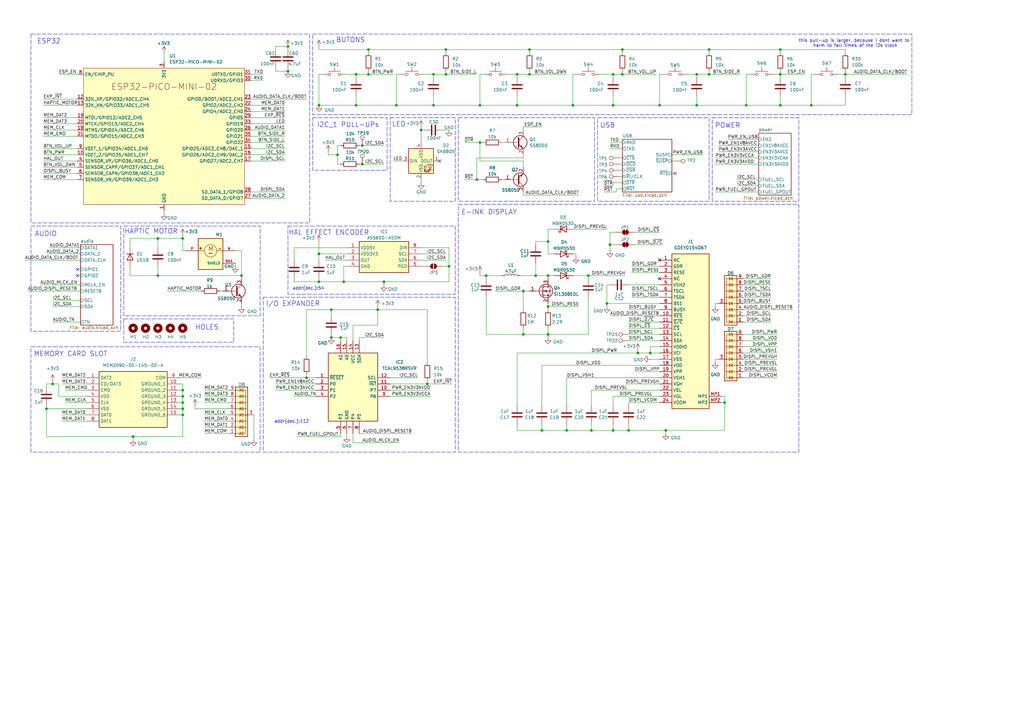
<source format=kicad_sch>
(kicad_sch (version 20250114) (generator "eeschema") (generator_version "9.0")
  (paper "A3")
  (title_block (title "ROOT"))
  (rectangle (start 118.11 92.71) (end 186.69 120.65) (stroke (width 0) (type dash)))
  (rectangle (start 160.02 48.26) (end 186.69 82.55) (stroke (width 0) (type dash)))
  (rectangle (start 12.7 13.97) (end 127 91.44) (stroke (width 0) (type dash)))
  (rectangle (start 107.95 121.92) (end 186.69 185.42) (stroke (width 0) (type dash)))
  (rectangle (start 12.7 142.24) (end 106.68 185.42) (stroke (width 0) (type dash)))
  (rectangle (start 128.27 13.97) (end 374.015 46.99) (stroke (width 0) (type dash)))
  (rectangle (start 292.1 48.26) (end 327.66 82.55) (stroke (width 0) (type dash)))
  (rectangle (start 50.8 130.81) (end 95.885 140.335) (stroke (width 0) (type dash)))
  (rectangle (start 12.7 92.71) (end 49.53 135.89) (stroke (width 0) (type dash)))
  (rectangle (start 128.27 48.26) (end 158.75 69.85) (stroke (width 0) (type dash)))
  (rectangle (start 187.96 48.26) (end 243.84 82.55) (stroke (width 0) (type dash)))
  (rectangle (start 187.96 83.82) (end 327.66 185.42) (stroke (width 0) (type dash)))
  (rectangle (start 50.8 92.71) (end 106.68 129.54) (stroke (width 0) (type dash)))
  (rectangle (start 245.11 48.26) (end 290.83 82.55) (stroke (width 0) (type dash)))
  (text "this pull-up is larger, becouse i dont want to \nharm to fall times of the i2s clock\n" (at 350.774 17.78 0) (effects (font (size 1.27 1.27))))
  (text "HOLES" (at 84.836 134.366 0) (effects (font (size 2 2))))
  (text "addr(dec.):54" (at 126.492 118.364 0) (effects (font (size 1.27 1.27))))
  (text "E-INK DISPLAY" (at 200.66 87.122 0) (effects (font (size 2 2))))
  (text "addr(dec.):112" (at 119.634 172.974 0) (effects (font (size 1.27 1.27))))
  (text "ESP32" (at 20.066 17.018 0) (effects (font (size 2 2))))
  (text "I2C_1 PULL-UPs" (at 142.748 51.308 0) (effects (font (size 2 2))))
  (text "MEMORY CARD SLOT" (at 28.956 145.288 0) (effects (font (size 2 2))))
  (text "BUTONS" (at 143.764 16.51 0) (effects (font (size 2 2))))
  (text "HAPTIC MOTOR" (at 61.976 94.996 0) (effects (font (size 2 2))))
  (text "I/O EXPANDER" (at 120.142 124.714 0) (effects (font (size 2 2))))
  (text "AUDIO" (at 18.796 96.012 0) (effects (font (size 2 2))))
  (text "USB" (at 249.174 51.562 0) (effects (font (size 2 2))))
  (text "LED" (at 163.576 51.054 0) (effects (font (size 2 2))))
  (text "POWER" (at 298.45 51.562 0) (effects (font (size 2 2))))
  (text "HAL EFFECT ENCODER" (at 134.874 95.504 0) (effects (font (size 2 2))))
  (junction (at 224.79 137.16))
  (junction (at 125.73 154.94))
  (junction (at 21.59 157.48))
  (junction (at 332.74 43.18))
  (junction (at 118.11 29.21))
  (junction (at 172.72 53.34))
  (junction (at 261.62 144.78))
  (junction (at 195.58 73.66))
  (junction (at 196.85 58.42))
  (junction (at 64.77 113.03))
  (junction (at 199.39 113.03))
  (junction (at 290.83 20.32))
  (junction (at 212.09 43.18))
  (junction (at 273.05 176.53))
  (junction (at 177.8 43.18))
  (junction (at 140.97 115.57))
  (junction (at 346.71 30.48))
  (junction (at 118.11 19.05))
  (junction (at 74.93 97.79))
  (junction (at 251.46 30.48))
  (junction (at 157.48 115.57))
  (junction (at 19.05 167.64))
  (junction (at 151.13 30.48))
  (junction (at 255.27 30.48))
  (junction (at 182.88 30.48))
  (junction (at 285.75 30.48))
  (junction (at 320.04 20.32))
  (junction (at 74.93 165.1))
  (junction (at 250.19 100.33))
  (junction (at 74.93 170.18))
  (junction (at 306.07 43.18))
  (junction (at 224.79 113.03))
  (junction (at 241.3 113.03))
  (junction (at 146.05 43.18))
  (junction (at 162.56 43.18))
  (junction (at 234.95 43.18))
  (junction (at 224.79 99.06))
  (junction (at 138.43 63.5))
  (junction (at 146.05 30.48))
  (junction (at 224.79 125.73))
  (junction (at 270.51 43.18))
  (junction (at 320.04 43.18))
  (junction (at 320.04 30.48))
  (junction (at 222.25 176.53))
  (junction (at 266.7 144.78))
  (junction (at 251.46 176.53))
  (junction (at 232.41 176.53))
  (junction (at 74.93 162.56))
  (junction (at 148.59 67.31))
  (junction (at 217.17 20.32))
  (junction (at 257.81 176.53))
  (junction (at 54.61 179.07))
  (junction (at 154.94 127))
  (junction (at 297.18 165.1))
  (junction (at 182.88 20.32))
  (junction (at 248.92 124.46))
  (junction (at 255.27 20.32))
  (junction (at 285.75 43.18))
  (junction (at 251.46 43.18))
  (junction (at 130.81 104.14))
  (junction (at 130.81 43.18))
  (junction (at 151.13 20.32))
  (junction (at 74.93 160.02))
  (junction (at 219.71 113.03))
  (junction (at 290.83 30.48))
  (junction (at 214.63 137.16))
  (junction (at 175.26 157.48))
  (junction (at 99.06 113.03))
  (junction (at 139.7 138.43))
  (junction (at 64.77 97.79))
  (junction (at 135.89 127))
  (junction (at 74.93 167.64))
  (junction (at 212.09 30.48))
  (junction (at 184.15 109.22))
  (junction (at 217.17 30.48))
  (junction (at 177.8 30.48))
  (junction (at 196.85 43.18))
  (junction (at 242.57 176.53))
  (junction (at 214.63 119.38))
  (junction (at 135.89 138.43))
  (junction (at 148.59 59.69))
  (junction (at 130.81 115.57))
  (no_connect (at 276.86 71.12))
  (no_connect (at 270.51 106.68))
  (no_connect (at 31.75 113.03))
  (no_connect (at 180.34 66.04))
  (no_connect (at 270.51 114.3))
  (no_connect (at 31.75 110.49))
  (wire (pts (xy 134.62 62.23) (xy 134.62 63.5)))
  (wire (pts (xy 275.59 63.5) (xy 288.29 63.5)))
  (wire (pts (xy 120.65 115.57) (xy 130.81 115.57)))
  (wire (pts (xy 73.66 165.1) (xy 74.93 165.1)))
  (wire (pts (xy 196.85 43.18) (xy 212.09 43.18)))
  (wire (pts (xy 259.08 121.92) (xy 270.51 121.92)))
  (wire (pts (xy 74.93 162.56) (xy 74.93 165.1)))
  (wire (pts (xy 184.15 109.22) (xy 184.15 115.57)))
  (wire (pts (xy 212.09 39.37) (xy 212.09 43.18)))
  (wire (pts (xy 53.34 101.6) (xy 53.34 97.79)))
  (wire (pts (xy 74.93 157.48) (xy 74.93 160.02)))
  (wire (pts (xy 293.37 78.74) (xy 311.15 78.74)))
  (wire (pts (xy 147.32 67.31) (xy 148.59 67.31)))
  (wire (pts (xy 19.05 179.07) (xy 54.61 179.07)))
  (wire (pts (xy 113.03 157.48) (xy 129.54 157.48)))
  (wire (pts (xy 64.77 113.03) (xy 99.06 113.03)))
  (wire (pts (xy 250.19 116.84) (xy 248.92 116.84)))
  (wire (pts (xy 83.82 160.02) (xy 93.98 160.02)))
  (wire (pts (xy 270.51 30.48) (xy 270.51 43.18)))
  (wire (pts (xy 21.59 157.48) (xy 24.13 157.48)))
  (wire (pts (xy 130.81 30.48) (xy 130.81 43.18)))
  (wire (pts (xy 31.75 113.03) (xy 33.02 113.03)))
  (wire (pts (xy 113.03 27.94) (xy 113.03 29.21)))
  (wire (pts (xy 344.17 30.48) (xy 346.71 30.48)))
  (wire (pts (xy 83.82 175.26) (xy 93.98 175.26)))
  (wire (pts (xy 90.17 119.38) (xy 91.44 119.38)))
  (wire (pts (xy 116.84 55.88) (xy 102.87 55.88)))
  (wire (pts (xy 270.51 147.32) (xy 266.7 147.32)))
  (wire (pts (xy 96.52 107.95) (xy 96.52 109.22)))
  (wire (pts (xy 172.72 52.07) (xy 172.72 53.34)))
  (wire (pts (xy 241.3 121.92) (xy 241.3 137.16)))
  (wire (pts (xy 203.2 119.38) (xy 214.63 119.38)))
  (wire (pts (xy 138.43 67.31) (xy 138.43 63.5)))
  (wire (pts (xy 325.12 127) (xy 304.8 127)))
  (wire (pts (xy 199.39 137.16) (xy 214.63 137.16)))
  (wire (pts (xy 130.81 30.48) (xy 132.08 30.48)))
  (wire (pts (xy 290.83 29.21) (xy 290.83 30.48)))
  (wire (pts (xy 248.92 93.98) (xy 234.95 93.98)))
  (wire (pts (xy 259.08 111.76) (xy 270.51 111.76)))
  (wire (pts (xy 261.62 144.78) (xy 266.7 144.78)))
  (wire (pts (xy 107.95 33.02) (xy 102.87 33.02)))
  (wire (pts (xy 318.77 154.94) (xy 304.8 154.94)))
  (wire (pts (xy 212.09 166.37) (xy 212.09 144.78)))
  (wire (pts (xy 17.78 50.8) (xy 31.75 50.8)))
  (wire (pts (xy 147.32 139.7) (xy 147.32 138.43)))
  (wire (pts (xy 224.79 138.43) (xy 224.79 137.16)))
  (wire (pts (xy 306.07 43.18) (xy 285.75 43.18)))
  (wire (pts (xy 116.84 45.72) (xy 102.87 45.72)))
  (wire (pts (xy 73.66 167.64) (xy 74.93 167.64)))
  (wire (pts (xy 24.13 30.48) (xy 31.75 30.48)))
  (wire (pts (xy 234.95 104.14) (xy 236.22 104.14)))
  (wire (pts (xy 74.93 97.79) (xy 74.93 102.87)))
  (wire (pts (xy 151.13 20.32) (xy 151.13 21.59)))
  (wire (pts (xy 177.8 39.37) (xy 177.8 43.18)))
  (wire (pts (xy 214.63 80.01) (xy 214.63 78.74)))
  (wire (pts (xy 318.77 137.16) (xy 304.8 137.16)))
  (wire (pts (xy 154.94 127) (xy 154.94 125.73)))
  (wire (pts (xy 146.05 30.48) (xy 142.24 30.48)))
  (wire (pts (xy 19.05 167.64) (xy 19.05 179.07)))
  (wire (pts (xy 21.59 125.73) (xy 33.02 125.73)))
  (wire (pts (xy 251.46 39.37) (xy 251.46 43.18)))
  (wire (pts (xy 214.63 119.38) (xy 217.17 119.38)))
  (wire (pts (xy 214.63 63.5) (xy 214.63 64.77)))
  (wire (pts (xy 214.63 52.07) (xy 222.25 52.07)))
  (wire (pts (xy 99.06 113.03) (xy 99.06 114.3)))
  (wire (pts (xy 130.81 19.05) (xy 130.81 20.32)))
  (wire (pts (xy 172.72 73.66) (xy 172.72 74.93)))
  (wire (pts (xy 120.65 101.6) (xy 120.65 106.68)))
  (wire (pts (xy 99.06 102.87) (xy 99.06 113.03)))
  (wire (pts (xy 285.75 30.48) (xy 285.75 31.75)))
  (wire (pts (xy 26.67 165.1) (xy 35.56 165.1)))
  (wire (pts (xy 257.81 173.99) (xy 257.81 176.53)))
  (wire (pts (xy 140.97 115.57) (xy 140.97 109.22)))
  (wire (pts (xy 307.34 30.48) (xy 306.07 30.48)))
  (wire (pts (xy 195.58 64.77) (xy 195.58 73.66)))
  (wire (pts (xy 302.26 76.2) (xy 311.15 76.2)))
  (wire (pts (xy 196.85 113.03) (xy 199.39 113.03)))
  (wire (pts (xy 248.92 124.46) (xy 248.92 125.73)))
  (wire (pts (xy 25.4 157.48) (xy 35.56 157.48)))
  (wire (pts (xy 172.72 109.22) (xy 173.99 109.22)))
  (wire (pts (xy 320.04 43.18) (xy 332.74 43.18)))
  (wire (pts (xy 21.59 132.08) (xy 33.02 132.08)))
  (wire (pts (xy 251.46 76.2) (xy 251.46 74.93)))
  (wire (pts (xy 199.39 121.92) (xy 199.39 137.16)))
  (wire (pts (xy 260.35 152.4) (xy 270.51 152.4)))
  (wire (pts (xy 222.25 166.37) (xy 222.25 149.86)))
  (wire (pts (xy 334.01 30.48) (xy 332.74 30.48)))
  (wire (pts (xy 67.31 87.63) (xy 67.31 86.36)))
  (wire (pts (xy 241.3 113.03) (xy 256.54 113.03)))
  (wire (pts (xy 224.79 124.46) (xy 224.79 125.73)))
  (wire (pts (xy 142.24 177.8) (xy 142.24 179.07)))
  (wire (pts (xy 316.23 132.08) (xy 304.8 132.08)))
  (wire (pts (xy 135.89 137.16) (xy 135.89 138.43)))
  (wire (pts (xy 214.63 68.58) (xy 214.63 66.04)))
  (wire (pts (xy 232.41 176.53) (xy 242.57 176.53)))
  (wire (pts (xy 257.81 116.84) (xy 270.51 116.84)))
  (wire (pts (xy 251.46 30.48) (xy 251.46 31.75)))
  (wire (pts (xy 214.63 64.77) (xy 195.58 64.77)))
  (wire (pts (xy 316.23 116.84) (xy 304.8 116.84)))
  (wire (pts (xy 25.4 154.94) (xy 35.56 154.94)))
  (wire (pts (xy 224.79 104.14) (xy 227.33 104.14)))
  (wire (pts (xy 297.18 165.1) (xy 295.91 165.1)))
  (wire (pts (xy 151.13 29.21) (xy 151.13 30.48)))
  (wire (pts (xy 320.04 29.21) (xy 320.04 30.48)))
  (wire (pts (xy 74.93 96.52) (xy 74.93 97.79)))
  (wire (pts (xy 113.03 29.21) (xy 118.11 29.21)))
  (wire (pts (xy 134.62 63.5) (xy 138.43 63.5)))
  (wire (pts (xy 161.29 66.04) (xy 165.1 66.04)))
  (wire (pts (xy 293.37 64.77) (xy 311.15 64.77)))
  (wire (pts (xy 138.43 59.69) (xy 139.7 59.69)))
  (wire (pts (xy 270.51 95.25) (xy 260.35 95.25)))
  (wire (pts (xy 120.65 114.3) (xy 120.65 115.57)))
  (wire (pts (xy 219.71 107.95) (xy 219.71 113.03)))
  (wire (pts (xy 83.82 162.56) (xy 93.98 162.56)))
  (wire (pts (xy 297.18 176.53) (xy 273.05 176.53)))
  (wire (pts (xy 248.92 116.84) (xy 248.92 124.46)))
  (wire (pts (xy 205.74 73.66) (xy 207.01 73.66)))
  (wire (pts (xy 317.5 30.48) (xy 320.04 30.48)))
  (wire (pts (xy 19.05 167.64) (xy 35.56 167.64)))
  (wire (pts (xy 25.4 172.72) (xy 35.56 172.72)))
  (wire (pts (xy 297.18 162.56) (xy 297.18 165.1)))
  (wire (pts (xy 73.66 160.02) (xy 74.93 160.02)))
  (wire (pts (xy 171.45 154.94) (xy 160.02 154.94)))
  (wire (pts (xy 266.7 142.24) (xy 266.7 144.78)))
  (wire (pts (xy 219.71 100.33) (xy 219.71 99.06)))
  (wire (pts (xy 241.3 113.03) (xy 241.3 114.3)))
  (wire (pts (xy 217.17 20.32) (xy 217.17 21.59)))
  (wire (pts (xy 151.13 20.32) (xy 182.88 20.32)))
  (wire (pts (xy 130.81 99.06) (xy 130.81 104.14)))
  (wire (pts (xy 196.85 30.48) (xy 198.12 30.48)))
  (wire (pts (xy 21.59 156.21) (xy 21.59 157.48)))
  (wire (pts (xy 177.8 30.48) (xy 173.99 30.48)))
  (wire (pts (xy 316.23 114.3) (xy 304.8 114.3)))
  (wire (pts (xy 181.61 109.22) (xy 184.15 109.22)))
  (wire (pts (xy 83.82 172.72) (xy 93.98 172.72)))
  (wire (pts (xy 176.53 162.56) (xy 160.02 162.56)))
  (wire (pts (xy 236.22 104.14) (xy 236.22 105.41)))
  (wire (pts (xy 144.78 177.8) (xy 144.78 181.61)))
  (wire (pts (xy 294.64 62.23) (xy 311.15 62.23)))
  (wire (pts (xy 142.24 138.43) (xy 139.7 138.43)))
  (wire (pts (xy 254 69.85) (xy 255.27 69.85)))
  (wire (pts (xy 346.71 21.59) (xy 346.71 20.32)))
  (wire (pts (xy 257.81 132.08) (xy 270.51 132.08)))
  (wire (pts (xy 74.93 102.87) (xy 76.2 102.87)))
  (wire (pts (xy 67.31 21.59) (xy 67.31 25.4)))
  (wire (pts (xy 53.34 113.03) (xy 64.77 113.03)))
  (wire (pts (xy 182.88 30.48) (xy 177.8 30.48)))
  (wire (pts (xy 125.73 153.67) (xy 125.73 154.94)))
  (wire (pts (xy 172.72 53.34) (xy 172.72 58.42)))
  (wire (pts (xy 121.92 179.07) (xy 139.7 179.07)))
  (wire (pts (xy 144.78 139.7) (xy 144.78 133.35)))
  (wire (pts (xy 293.37 147.32) (xy 294.64 147.32)))
  (wire (pts (xy 251.46 162.56) (xy 270.51 162.56)))
  (wire (pts (xy 346.71 29.21) (xy 346.71 30.48)))
  (wire (pts (xy 237.49 125.73) (xy 224.79 125.73)))
  (wire (pts (xy 182.88 106.68) (xy 172.72 106.68)))
  (wire (pts (xy 20.32 101.6) (xy 33.02 101.6)))
  (wire (pts (xy 217.17 29.21) (xy 217.17 30.48)))
  (wire (pts (xy 276.86 66.04) (xy 275.59 66.04)))
  (wire (pts (xy 320.04 43.18) (xy 306.07 43.18)))
  (wire (pts (xy 102.87 50.8) (xy 116.84 50.8)))
  (wire (pts (xy 74.93 170.18) (xy 73.66 170.18)))
  (wire (pts (xy 182.88 104.14) (xy 172.72 104.14)))
  (wire (pts (xy 232.41 30.48) (xy 217.17 30.48)))
  (wire (pts (xy 293.37 67.31) (xy 311.15 67.31)))
  (wire (pts (xy 151.13 30.48) (xy 146.05 30.48)))
  (wire (pts (xy 234.95 43.18) (xy 251.46 43.18)))
  (wire (pts (xy 176.53 160.02) (xy 160.02 160.02)))
  (wire (pts (xy 175.26 156.21) (xy 175.26 157.48)))
  (wire (pts (xy 19.05 166.37) (xy 19.05 167.64)))
  (wire (pts (xy 133.35 106.68) (xy 142.24 106.68)))
  (wire (pts (xy 17.78 66.04) (xy 31.75 66.04)))
  (wire (pts (xy 25.4 170.18) (xy 35.56 170.18)))
  (wire (pts (xy 271.78 100.33) (xy 260.35 100.33)))
  (wire (pts (xy 172.72 101.6) (xy 184.15 101.6)))
  (wire (pts (xy 257.81 127) (xy 270.51 127)))
  (wire (pts (xy 250.19 129.54) (xy 270.51 129.54)))
  (wire (pts (xy 147.32 138.43) (xy 157.48 138.43)))
  (wire (pts (xy 318.77 149.86) (xy 304.8 149.86)))
  (wire (pts (xy 17.78 68.58) (xy 31.75 68.58)))
  (wire (pts (xy 16.51 116.84) (xy 33.02 116.84)))
  (wire (pts (xy 31.75 110.49) (xy 33.02 110.49)))
  (wire (pts (xy 53.34 97.79) (xy 64.77 97.79)))
  (wire (pts (xy 255.27 30.48) (xy 251.46 30.48)))
  (wire (pts (xy 116.84 78.74) (xy 102.87 78.74)))
  (wire (pts (xy 116.84 58.42) (xy 102.87 58.42)))
  (wire (pts (xy 116.84 81.28) (xy 102.87 81.28)))
  (wire (pts (xy 214.63 119.38) (xy 214.63 127)))
  (wire (pts (xy 68.58 119.38) (xy 82.55 119.38)))
  (wire (pts (xy 212.09 30.48) (xy 208.28 30.48)))
  (wire (pts (xy 251.46 176.53) (xy 257.81 176.53)))
  (wire (pts (xy 80.01 167.64) (xy 93.98 167.64)))
  (wire (pts (xy 177.8 30.48) (xy 177.8 31.75)))
  (wire (pts (xy 17.78 40.64) (xy 31.75 40.64)))
  (wire (pts (xy 130.81 20.32) (xy 151.13 20.32)))
  (wire (pts (xy 217.17 30.48) (xy 212.09 30.48)))
  (wire (pts (xy 257.81 139.7) (xy 270.51 139.7)))
  (wire (pts (xy 161.29 30.48) (xy 151.13 30.48)))
  (wire (pts (xy 182.88 29.21) (xy 182.88 30.48)))
  (wire (pts (xy 318.77 139.7) (xy 304.8 139.7)))
  (wire (pts (xy 318.77 152.4) (xy 304.8 152.4)))
  (wire (pts (xy 205.74 58.42) (xy 207.01 58.42)))
  (wire (pts (xy 247.65 78.74) (xy 252.73 78.74)))
  (wire (pts (xy 177.8 43.18) (xy 196.85 43.18)))
  (wire (pts (xy 293.37 125.73) (xy 293.37 124.46)))
  (wire (pts (xy 316.23 129.54) (xy 304.8 129.54)))
  (wire (pts (xy 297.18 165.1) (xy 297.18 176.53)))
  (wire (pts (xy 162.56 43.18) (xy 177.8 43.18)))
  (wire (pts (xy 227.33 93.98) (xy 224.79 93.98)))
  (wire (pts (xy 259.08 109.22) (xy 270.51 109.22)))
  (wire (pts (xy 116.84 48.26) (xy 102.87 48.26)))
  (wire (pts (xy 148.59 67.31) (xy 157.48 67.31)))
  (wire (pts (xy 19.05 157.48) (xy 19.05 158.75)))
  (wire (pts (xy 257.81 137.16) (xy 270.51 137.16)))
  (wire (pts (xy 99.06 124.46) (xy 99.06 125.73)))
  (wire (pts (xy 212.09 43.18) (xy 234.95 43.18)))
  (wire (pts (xy 144.78 133.35) (xy 154.94 133.35)))
  (wire (pts (xy 332.74 43.18) (xy 346.71 43.18)))
  (wire (pts (xy 254 64.77) (xy 255.27 64.77)))
  (wire (pts (xy 257.81 176.53) (xy 273.05 176.53)))
  (wire (pts (xy 142.24 101.6) (xy 120.65 101.6)))
  (wire (pts (xy 250.19 95.25) (xy 250.19 100.33)))
  (wire (pts (xy 175.26 127) (xy 175.26 148.59)))
  (wire (pts (xy 303.53 30.48) (xy 290.83 30.48)))
  (wire (pts (xy 232.41 166.37) (xy 232.41 154.94)))
  (wire (pts (xy 146.05 39.37) (xy 146.05 43.18)))
  (wire (pts (xy 116.84 43.18) (xy 102.87 43.18)))
  (wire (pts (xy 320.04 39.37) (xy 320.04 43.18)))
  (wire (pts (xy 318.77 147.32) (xy 304.8 147.32)))
  (wire (pts (xy 346.71 30.48) (xy 372.11 30.48)))
  (wire (pts (xy 157.48 115.57) (xy 157.48 116.84)))
  (wire (pts (xy 113.03 19.05) (xy 113.03 20.32)))
  (wire (pts (xy 257.81 165.1) (xy 270.51 165.1)))
  (wire (pts (xy 135.89 138.43) (xy 139.7 138.43)))
  (wire (pts (xy 74.93 179.07) (xy 54.61 179.07)))
  (wire (pts (xy 273.05 177.8) (xy 273.05 176.53)))
  (wire (pts (xy 255.27 20.32) (xy 290.83 20.32)))
  (wire (pts (xy 64.77 97.79) (xy 64.77 101.6)))
  (wire (pts (xy 224.79 113.03) (xy 224.79 114.3)))
  (wire (pts (xy 224.79 134.62) (xy 224.79 137.16)))
  (wire (pts (xy 232.41 154.94) (xy 270.51 154.94)))
  (wire (pts (xy 196.85 30.48) (xy 196.85 43.18)))
  (wire (pts (xy 254 72.39) (xy 255.27 72.39)))
  (wire (pts (xy 295.91 162.56) (xy 297.18 162.56)))
  (wire (pts (xy 261.62 143.51) (xy 261.62 144.78)))
  (wire (pts (xy 257.81 166.37) (xy 257.81 165.1)))
  (wire (pts (xy 346.71 39.37) (xy 346.71 43.18)))
  (wire (pts (xy 293.37 124.46) (xy 294.64 124.46)))
  (wire (pts (xy 270.51 142.24) (xy 266.7 142.24)))
  (wire (pts (xy 17.78 73.66) (xy 31.75 73.66)))
  (wire (pts (xy 154.94 127) (xy 175.26 127)))
  (wire (pts (xy 232.41 173.99) (xy 232.41 176.53)))
  (wire (pts (xy 219.71 113.03) (xy 224.79 113.03)))
  (wire (pts (xy 162.56 30.48) (xy 163.83 30.48)))
  (wire (pts (xy 306.07 30.48) (xy 306.07 43.18)))
  (wire (pts (xy 80.01 166.37) (xy 80.01 167.64)))
  (wire (pts (xy 21.59 123.19) (xy 33.02 123.19)))
  (wire (pts (xy 316.23 119.38) (xy 304.8 119.38)))
  (wire (pts (xy 234.95 30.48) (xy 236.22 30.48)))
  (wire (pts (xy 252.73 95.25) (xy 250.19 95.25)))
  (wire (pts (xy 190.5 58.42) (xy 196.85 58.42)))
  (wire (pts (xy 146.05 30.48) (xy 146.05 31.75)))
  (wire (pts (xy 139.7 138.43) (xy 139.7 139.7)))
  (wire (pts (xy 74.93 170.18) (xy 74.93 179.07)))
  (wire (pts (xy 139.7 179.07) (xy 139.7 177.8)))
  (wire (pts (xy 222.25 176.53) (xy 232.41 176.53)))
  (wire (pts (xy 242.57 173.99) (xy 242.57 176.53)))
  (wire (pts (xy 196.85 111.76) (xy 196.85 113.03)))
  (wire (pts (xy 157.48 59.69) (xy 148.59 59.69)))
  (wire (pts (xy 219.71 113.03) (xy 213.36 113.03)))
  (wire (pts (xy 74.93 167.64) (xy 74.93 170.18)))
  (wire (pts (xy 154.94 133.35) (xy 154.94 127)))
  (wire (pts (xy 17.78 71.12) (xy 31.75 71.12)))
  (wire (pts (xy 224.79 99.06) (xy 224.79 104.14)))
  (wire (pts (xy 251.46 74.93) (xy 255.27 74.93)))
  (wire (pts (xy 116.84 63.5) (xy 102.87 63.5)))
  (wire (pts (xy 316.23 124.46) (xy 304.8 124.46)))
  (wire (pts (xy 125.73 154.94) (xy 129.54 154.94)))
  (wire (pts (xy 17.78 48.26) (xy 31.75 48.26)))
  (wire (pts (xy 182.88 20.32) (xy 182.88 21.59)))
  (wire (pts (xy 199.39 114.3) (xy 199.39 113.03)))
  (wire (pts (xy 252.73 78.74) (xy 252.73 77.47)))
  (wire (pts (xy 157.48 115.57) (xy 140.97 115.57)))
  (wire (pts (xy 140.97 109.22) (xy 142.24 109.22)))
  (wire (pts (xy 214.63 134.62) (xy 214.63 137.16)))
  (wire (pts (xy 276.86 71.12) (xy 275.59 71.12)))
  (wire (pts (xy 214.63 53.34) (xy 214.63 52.07)))
  (wire (pts (xy 120.65 162.56) (xy 129.54 162.56)))
  (wire (pts (xy 269.24 30.48) (xy 255.27 30.48)))
  (wire (pts (xy 135.89 129.54) (xy 135.89 127)))
  (wire (pts (xy 251.46 166.37) (xy 251.46 162.56)))
  (wire (pts (xy 195.58 73.66) (xy 198.12 73.66)))
  (wire (pts (xy 17.78 60.96) (xy 31.75 60.96)))
  (wire (pts (xy 74.93 160.02) (xy 74.93 162.56)))
  (wire (pts (xy 212.09 30.48) (xy 212.09 31.75)))
  (wire (pts (xy 35.56 162.56) (xy 24.13 162.56)))
  (wire (pts (xy 234.95 30.48) (xy 234.95 43.18)))
  (wire (pts (xy 318.77 144.78) (xy 304.8 144.78)))
  (wire (pts (xy 73.66 162.56) (xy 74.93 162.56)))
  (wire (pts (xy 104.14 170.18) (xy 104.14 180.34)))
  (wire (pts (xy 82.55 154.94) (xy 73.66 154.94)))
  (wire (pts (xy 185.42 157.48) (xy 175.26 157.48)))
  (wire (pts (xy 212.09 176.53) (xy 222.25 176.53)))
  (wire (pts (xy 214.63 137.16) (xy 224.79 137.16)))
  (wire (pts (xy 73.66 157.48) (xy 74.93 157.48)))
  (wire (pts (xy 175.26 157.48) (xy 160.02 157.48)))
  (wire (pts (xy 332.74 30.48) (xy 332.74 43.18)))
  (wire (pts (xy 64.77 97.79) (xy 74.93 97.79)))
  (wire (pts (xy 222.25 173.99) (xy 222.25 176.53)))
  (wire (pts (xy 116.84 66.04) (xy 102.87 66.04)))
  (wire (pts (xy 285.75 30.48) (xy 281.94 30.48)))
  (wire (pts (xy 250.19 58.42) (xy 255.27 58.42)))
  (wire (pts (xy 113.03 160.02) (xy 129.54 160.02)))
  (wire (pts (xy 130.81 104.14) (xy 130.81 106.68)))
  (wire (pts (xy 118.11 19.05) (xy 118.11 20.32)))
  (wire (pts (xy 266.7 144.78) (xy 270.51 144.78)))
  (wire (pts (xy 130.81 104.14) (xy 142.24 104.14)))
  (wire (pts (xy 254 67.31) (xy 255.27 67.31)))
  (wire (pts (xy 118.11 27.94) (xy 118.11 29.21)))
  (wire (pts (xy 290.83 20.32) (xy 320.04 20.32)))
  (wire (pts (xy 270.51 30.48) (xy 271.78 30.48)))
  (wire (pts (xy 242.57 176.53) (xy 251.46 176.53)))
  (wire (pts (xy 259.08 119.38) (xy 270.51 119.38)))
  (wire (pts (xy 116.84 60.96) (xy 102.87 60.96)))
  (wire (pts (xy 144.78 181.61) (xy 163.83 181.61)))
  (wire (pts (xy 11.43 119.38) (xy 33.02 119.38)))
  (wire (pts (xy 54.61 179.07) (xy 54.61 180.34)))
  (wire (pts (xy 196.85 58.42) (xy 198.12 58.42)))
  (wire (pts (xy 250.19 102.87) (xy 250.19 100.33)))
  (wire (pts (xy 125.73 127) (xy 125.73 146.05)))
  (wire (pts (xy 219.71 99.06) (xy 224.79 99.06)))
  (wire (pts (xy 214.63 66.04) (xy 196.85 66.04)))
  (wire (pts (xy 64.77 109.22) (xy 64.77 113.03)))
  (wire (pts (xy 83.82 165.1) (xy 93.98 165.1)))
  (wire (pts (xy 148.59 59.69) (xy 147.32 59.69)))
  (wire (pts (xy 138.43 59.69) (xy 138.43 63.5)))
  (wire (pts (xy 190.5 73.66) (xy 195.58 73.66)))
  (wire (pts (xy 24.13 157.48) (xy 24.13 162.56)))
  (wire (pts (xy 17.78 43.18) (xy 31.75 43.18)))
  (wire (pts (xy 102.87 40.64) (xy 125.73 40.64)))
  (wire (pts (xy 214.63 80.01) (xy 237.49 80.01)))
  (wire (pts (xy 19.05 157.48) (xy 21.59 157.48)))
  (wire (pts (xy 257.81 134.62) (xy 270.51 134.62)))
  (wire (pts (xy 302.26 73.66) (xy 311.15 73.66)))
  (wire (pts (xy 19.05 104.14) (xy 33.02 104.14)))
  (wire (pts (xy 294.64 59.69) (xy 311.15 59.69)))
  (wire (pts (xy 130.81 43.18) (xy 146.05 43.18)))
  (wire (pts (xy 224.79 125.73) (xy 224.79 127)))
  (wire (pts (xy 248.92 124.46) (xy 270.51 124.46)))
  (wire (pts (xy 74.93 165.1) (xy 74.93 167.64)))
  (wire (pts (xy 102.87 53.34) (xy 116.84 53.34)))
  (wire (pts (xy 135.89 127) (xy 154.94 127)))
  (wire (pts (xy 293.37 148.59) (xy 293.37 147.32)))
  (wire (pts (xy 130.81 115.57) (xy 140.97 115.57)))
  (wire (pts (xy 125.73 127) (xy 135.89 127)))
  (wire (pts (xy 290.83 30.48) (xy 285.75 30.48)))
  (wire (pts (xy 318.77 142.24) (xy 304.8 142.24)))
  (wire (pts (xy 217.17 20.32) (xy 255.27 20.32)))
  (wire (pts (xy 142.24 139.7) (xy 142.24 138.43)))
  (wire (pts (xy 252.73 77.47) (xy 255.27 77.47)))
  (wire (pts (xy 182.88 20.32) (xy 217.17 20.32)))
  (wire (pts (xy 250.19 100.33) (xy 252.73 100.33)))
  (wire (pts (xy 26.67 160.02) (xy 35.56 160.02)))
  (wire (pts (xy 320.04 21.59) (xy 320.04 20.32)))
  (wire (pts (xy 184.15 101.6) (xy 184.15 109.22)))
  (wire (pts (xy 157.48 115.57) (xy 184.15 115.57)))
  (wire (pts (xy 96.52 102.87) (xy 99.06 102.87)))
  (wire (pts (xy 242.57 166.37) (xy 242.57 160.02)))
  (wire (pts (xy 285.75 43.18) (xy 270.51 43.18)))
  (wire (pts (xy 184.15 53.34) (xy 181.61 53.34)))
  (wire (pts (xy 251.46 173.99) (xy 251.46 176.53)))
  (wire (pts (xy 320.04 30.48) (xy 330.2 30.48)))
  (wire (pts (xy 146.05 43.18) (xy 162.56 43.18)))
  (wire (pts (xy 234.95 113.03) (xy 241.3 113.03)))
  (wire (pts (xy 222.25 149.86) (xy 270.51 149.86)))
  (wire (pts (xy 250.19 60.96) (xy 255.27 60.96)))
  (wire (pts (xy 346.71 30.48) (xy 346.71 31.75)))
  (wire (pts (xy 199.39 113.03) (xy 205.74 113.03)))
  (wire (pts (xy 261.62 144.78) (xy 212.09 144.78)))
  (wire (pts (xy 285.75 39.37) (xy 285.75 43.18)))
  (wire (pts (xy 255.27 21.59) (xy 255.27 20.32)))
  (wire (pts (xy 224.79 93.98) (xy 224.79 99.06)))
  (wire (pts (xy 246.38 30.48) (xy 251.46 30.48)))
  (wire (pts (xy 110.49 154.94) (xy 125.73 154.94)))
  (wire (pts (xy 346.71 20.32) (xy 320.04 20.32)))
  (wire (pts (xy 147.32 177.8) (xy 168.91 177.8)))
  (wire (pts (xy 17.78 55.88) (xy 31.75 55.88)))
  (wire (pts (xy 255.27 29.21) (xy 255.27 30.48)))
  (wire (pts (xy 173.99 53.34) (xy 172.72 53.34)))
  (wire (pts (xy 270.51 43.18) (xy 251.46 43.18)))
  (wire (pts (xy 227.33 113.03) (xy 224.79 113.03)))
  (wire (pts (xy 83.82 170.18) (xy 93.98 170.18)))
  (wire (pts (xy 247.65 76.2) (xy 251.46 76.2)))
  (wire (pts (xy 320.04 30.48) (xy 320.04 31.75)))
  (wire (pts (xy 195.58 30.48) (xy 182.88 30.48)))
  (wire (pts (xy 107.95 30.48) (xy 102.87 30.48)))
  (wire (pts (xy 113.03 19.05) (xy 118.11 19.05)))
  (wire (pts (xy 53.34 109.22) (xy 53.34 113.03)))
  (wire (pts (xy 316.23 121.92) (xy 304.8 121.92)))
  (wire (pts (xy 290.83 21.59) (xy 290.83 20.32)))
  (wire (pts (xy 196.85 66.04) (xy 196.85 58.42)))
  (wire (pts (xy 130.81 114.3) (xy 130.81 115.57)))
  (wire (pts (xy 10.16 106.68) (xy 33.02 106.68)))
  (wire (pts (xy 162.56 30.48) (xy 162.56 43.18)))
  (wire (pts (xy 212.09 173.99) (xy 212.09 176.53)))
  (wire (pts (xy 298.45 57.15) (xy 311.15 57.15)))
  (wire (pts (xy 17.78 53.34) (xy 31.75 53.34)))
  (wire (pts (xy 17.78 63.5) (xy 31.75 63.5)))
  (wire (pts (xy 242.57 160.02) (xy 270.51 160.02)))
  (wire (pts (xy 241.3 137.16) (xy 224.79 137.16)))
  (wire (pts (xy 256.54 157.48) (xy 270.51 157.48)))
  (wire (pts (xy 83.82 177.8) (xy 93.98 177.8)))
  (wire (pts (xy 138.43 67.31) (xy 139.7 67.31)))
  (label "MEM_DAT0" (at 83.82 172.72 0))
  (label "MEM_DAT1" (at 83.82 175.26 0))
  (label "DISPL_RESE" (at 316.23 116.84 180))
  (label "I2C_SCL" (at 182.88 104.14 180))
  (label "HAPTIC_MOTOR" (at 17.78 43.18 0))
  (label "DISPL_TSCL" (at 316.23 119.38 180))
  (label "LED" (at 161.29 66.04 0))
  (label "HAL_OUT" (at 133.35 106.68 0))
  (label "MEM_CLK" (at 17.78 53.34 0))
  (label "DISPL_PREVGL" (at 254 162.56 0))
  (label "AUDIO_DISPL_RESETB" (at 11.43 119.38 0))
  (label "DISPL_SDA" (at 257.81 139.7 0))
  (label "I2C_SCL" (at 171.45 154.94 180))
  (label "BTN_VOL_UP" (at 17.78 60.96 0))
  (label "I2C_SCL" (at 302.26 73.66 0))
  (label "DISPL_SDA" (at 116.84 78.74 180))
  (label "DISPL_PREVGH" (at 318.77 147.32 180))
  (label "DISPL_GDR" (at 259.08 109.22 0))
  (label "DISPL_~{D{slash}C}" (at 271.78 100.33 180))
  (label "DISPL_TSDA" (at 259.08 121.92 0))
  (label "MEM_CMD" (at 26.67 160.02 0))
  (label "~{RST}" (at 190.5 73.66 0))
  (label "AUDIO_MLCK_EN" (at 16.51 116.84 0))
  (label "PWR_EN1V8AVCC" (at 113.03 157.48 0))
  (label "DISPL_BUSY" (at 257.81 127 0))
  (label "DISPL_PREVGH" (at 256.54 157.48 0))
  (label "DISPL_RESE" (at 237.49 125.73 180))
  (label "MEM_DAT3" (at 83.82 162.56 0))
  (label "PWR_EN1V8AVCC" (at 294.64 59.69 0))
  (label "PWR_FUEL_GPOUT" (at 293.37 78.74 0))
  (label "MEM_DAT3" (at 25.4 157.48 0))
  (label "BTN_PWR" (at 17.78 63.5 0))
  (label "DISPL_VDD" (at 318.77 139.7 180))
  (label "DISPL_SCL" (at 316.23 129.54 180))
  (label "MEM_DAT2" (at 17.78 48.26 0))
  (label "LED" (at 116.84 50.8 180))
  (label "BTN_VOL_DWN" (at 232.41 30.48 180))
  (label "EXP_~{RES}" (at 110.49 154.94 0))
  (label "DISPL_SCL" (at 257.81 137.16 0))
  (label "DISPL_VPP" (at 260.35 152.4 0))
  (label "DISPL_RESE" (at 259.08 111.76 0))
  (label "HAL_OUT" (at 17.78 66.04 0))
  (label "DISPL_BUSY" (at 17.78 71.12 0))
  (label "AUDIO_DISPL_RESETB" (at 168.91 177.8 180))
  (label "MEM_DAT2" (at 83.82 160.02 0))
  (label "BTN_SIDE_R" (at 303.53 30.48 180))
  (label "RXD" (at 250.19 60.96 0))
  (label "~{DTR}" (at 190.5 58.42 0))
  (label "I2C_SDA" (at 302.26 76.2 0))
  (label "I2C_SCL" (at 21.59 123.19 0))
  (label "AUDIO_MLCK_EN" (at 163.83 181.61 180))
  (label "BTN_SIDE_L" (at 116.84 58.42 180))
  (label "BTN_SIDE_L" (at 195.58 30.48 180))
  (label "AUDIO_DATA1" (at 20.32 101.6 0))
  (label "DISPL_VCOM" (at 257.81 165.1 0))
  (label "DISPL_VSH1" (at 232.41 154.94 0))
  (label "AUDIO_TN" (at 21.59 132.08 0))
  (label "DISPL_PREVSL" (at 243.84 160.02 0))
  (label "DISPL_SDA" (at 316.23 132.08 180))
  (label "MEM_COM" (at 82.55 154.94 180))
  (label "MEM_CLK" (at 26.67 165.1 0))
  (label "DISPL_~{CS}" (at 270.51 95.25 180))
  (label "MEM_DAT0" (at 116.84 43.18 180))
  (label "RXD" (at 107.95 33.02 180))
  (label "AUDIO_DISPL_RESETB" (at 250.19 129.54 0))
  (label "I2C_SDA" (at 182.88 106.68 180))
  (label "DISPL_~{CS}" (at 257.81 134.62 0))
  (label "MEM_DAT3" (at 17.78 50.8 0))
  (label "AUDIO_DATA_CLK{slash}BOOT" (at 10.16 106.68 0))
  (label "PWR_EN3V3VCCA" (at 293.37 64.77 0))
  (label "~{RST}" (at 247.65 78.74 0))
  (label "PWR_EN3V3VCCA" (at 176.53 162.56 180))
  (label "PWR_EN_USB" (at 298.45 57.15 0))
  (label "I2C_SDA" (at 21.59 125.73 0))
  (label "I2C_SCL" (at 116.84 60.96 180))
  (label "DISPL_BUSY" (at 316.23 124.46 180))
  (label "AUDIO_DATA_2" (at 116.84 81.28 180))
  (label "MEM_DAT2" (at 25.4 154.94 0))
  (label "DISPL_VPP" (at 318.77 142.24 180))
  (label "MEM_DAT1" (at 116.84 45.72 180))
  (label "MEM_DAT1" (at 25.4 172.72 0))
  (label "DISPL_PWR" (at 242.57 144.78 0))
  (label "DISPL_TSDA" (at 316.23 121.92 180))
  (label "MEM_CMD" (at 83.82 165.1 0))
  (label "DISPL_GDR" (at 203.2 119.38 0))
  (label "DISPL_VDD" (at 236.22 149.86 0))
  (label "PWR_FUEL_GPOUT" (at 121.92 179.07 0))
  (label "MEM_COM" (at 17.78 73.66 0))
  (label "BTN_PWR" (at 161.29 30.48 180))
  (label "DISPL_PREVGL" (at 318.77 152.4 180))
  (label "PWR_EN3V3AVDD" (at 176.53 160.02 180))
  (label "BTN_SIDE_R" (at 116.84 55.88 180))
  (label "DISPL_~{D{slash}C}" (at 257.81 132.08 0))
  (label "AUDIO_DATA_CLK{slash}BOOT" (at 372.11 30.48 180))
  (label "BTN_VOL_UP" (at 269.24 30.48 180))
  (label "MEM_COM" (at 83.82 177.8 0))
  (label "I2C_SDA" (at 157.48 138.43 180))
  (label "EXP_~{INT}" (at 185.42 157.48 180))
  (label "DISPL_SCL" (at 116.84 66.04 180))
  (label "DISPL_GDR" (at 316.23 114.3 180))
  (label "AUDIO_DATA_CLK{slash}BOOT" (at 237.49 80.01 180))
  (label "AUDIO_DATA_2" (at 19.05 104.14 0))
  (label "AUDIO_TN" (at 120.65 162.56 0))
  (label "I2C_SCL" (at 157.48 67.31 180))
  (label "DISPL_PREVGH" (at 256.54 113.03 180))
  (label "DISPL_PREVSL" (at 318.77 149.86 180))
  (label "I2C_SDA" (at 116.84 63.5 180))
  (label "ESP_EN" (at 222.25 52.07 180))
  (label "MEM_DAT0" (at 25.4 170.18 0))
  (label "BTN_VOL_DWN" (at 17.78 68.58 0))
  (label "PWR_EN3V3AVDD" (at 293.37 67.31 0))
  (label "TXD" (at 250.19 58.42 0))
  (label "EXP_~{INT}" (at 17.78 40.64 0))
  (label "TXD" (at 107.95 30.48 180))
  (label "EXP_~{RES}" (at 116.84 48.26 180))
  (label "MEM_CMD" (at 17.78 55.88 0))
  (label "DISPL_PREVGL" (at 248.92 93.98 180))
  (label "PWR_EN3V3AVCC" (at 113.03 160.02 0))
  (label "MEM_CLK" (at 83.82 170.18 0))
  (label "PWR_EN3V3AVCC" (at 294.64 62.23 0))
  (label "ESP_EN" (at 24.13 30.48 0))
  (label "AUDIO_DATA1" (at 116.84 53.34 180))
  (label "AUDIO_DATA_CLK{slash}BOOT" (at 125.73 40.64 180))
  (label "DISPL_PWR" (at 318.77 137.16 180))
  (label "DISPL_VCOM" (at 318.77 154.94 180))
  (label "DISPL_TSCL" (at 259.08 119.38 0))
  (label "I2C_SDA" (at 157.48 59.69 180))
  (label "ESP_EN" (at 330.2 30.48 180))
  (label "AUDIO_DISPL_RESETB" (at 325.12 127 180))
  (label "HAPTIC_MOTOR" (at 68.58 119.38 0))
  (label "PWR_EN_USB" (at 288.29 63.5 180))
  (label "~{DTR}" (at 247.65 76.2 0))
  (label "DISPL_VSH1" (at 318.77 144.78 180))
  (symbol (lib_id "Device:C") (at 113.03 24.13 0) (mirror y) (unit 1)
    (property "Reference" "C61" (at 112.776 21.844 0) (effects (justify left)))
    (property "Value" "100nF" (at 112.776 26.162 0) (effects (justify left)))
    (property "Footprint" "Capacitor_SMD:C_0402_1005Metric" (effects (hide yes)))
    (property "Description" "Unpolarized capacitor" (effects (hide yes)))
    (property "MPN" "CL05B104KO5NNNC" (effects (hide yes)))
  )
  (symbol (lib_id "Device:C") (at 219.71 104.14 180) (unit 1)
    (property "Reference" "C11" (at 215.265 102.997 0))
    (property "Value" "1uF" (at 215.265 104.775 0))
    (property "Footprint" "Capacitor_SMD:C_0402_1005Metric" (effects (hide yes)))
    (property "Description" "Unpolarized capacitor" (effects (hide yes)))
    (property "MPN" "CL05A105KO5NNNC" (effects (hide yes)))
  )
  (symbol (lib_id "Device:R") (at 125.73 149.86 0) (mirror x) (unit 1)
    (property "Reference" "R14" (at 123.19 148.5899 0) (effects (justify right)))
    (property "Value" "10k" (at 123.19 151.1299 0) (effects (justify right)))
    (property "Footprint" "Resistor_SMD:R_0402_1005Metric" (effects (hide yes)))
    (property "Description" "Resistor" (effects (hide yes)))
    (property "MPN" "CRCW040210K0FKED" (effects (hide yes)))
  )
  (symbol (lib_id "Device:R") (at 217.17 25.4 0) (unit 1)
    (property "Reference" "R3" (at 219.71 24.1299 0) (effects (justify left)))
    (property "Value" "10k" (at 219.71 26.6699 0) (effects (justify left)))
    (property "Footprint" "Resistor_SMD:R_0402_1005Metric" (effects (hide yes)))
    (property "Description" "Resistor" (effects (hide yes)))
    (property "MPN" "CRCW040210K0FKED" (effects (hide yes)))
  )
  (symbol (lib_id "Switch:SW_Push") (at 203.2 30.48 0) (unit 1)
    (property "Reference" "SW3" (at 203.2 26.416 0))
    (property "Value" "SW_Push" (effects (hide yes)))
    (property "Footprint" "Button_Switch_SMD:SW_Push_1P1T-MP_NO_Horizontal_Alps_SKRTLAE010" (effects (hide yes)))
    (property "Description" "Push button switch, generic, two pins" (effects (hide yes)))
    (property "MPN" "SKRTLAE010 " (effects (hide yes)))
  )
  (symbol (lib_id "power:GND") (at 266.7 147.32 270) (mirror x) (unit 1)
    (property "Reference" "#PWR021" (effects (hide yes)))
    (property "Value" "GND" (at 261.874 147.574 90))
    (property "Description" "Power symbol creates a global label with name \"GND\" , ground" (effects (hide yes)))
  )
  (symbol (lib_id "Device:C") (at 212.09 170.18 180) (unit 1)
    (property "Reference" "C17" (at 207.01 171.196 0))
    (property "Value" "1uF" (at 207.01 168.656 0))
    (property "Footprint" "Capacitor_SMD:C_0402_1005Metric" (effects (hide yes)))
    (property "Description" "Unpolarized capacitor" (effects (hide yes)))
    (property "MPN" "CL05A105KO5NNNC" (effects (hide yes)))
  )
  (symbol (lib_id "Connector:TestPoint") (at 254 64.77 90) (unit 1) (in_bom no)
    (property "Reference" "TP1" (at 249.174 65.024 90) (effects (justify left)))
    (property "Value" "TestPoint" (effects (hide yes)))
    (property "Footprint" "TestPoint:TestPoint_Pad_D1.0mm" (effects (hide yes)))
    (property "Description" "test point" (effects (hide yes)))
  )
  (symbol (lib_id "Device:C") (at 254 116.84 90) (mirror x) (unit 1)
    (property "Reference" "C12" (at 254 122.428 90))
    (property "Value" "1uF" (at 254 120.65 90))
    (property "Footprint" "Capacitor_SMD:C_0402_1005Metric" (effects (hide yes)))
    (property "Description" "Unpolarized capacitor" (effects (hide yes)))
    (property "MPN" "CL05A105KO5NNNC" (effects (hide yes)))
  )
  (symbol (lib_id "Device:C") (at 118.11 24.13 0) (mirror x) (unit 1)
    (property "Reference" "C60" (at 120.396 21.844 0))
    (property "Value" "4.7uF" (at 120.904 26.162 0))
    (property "Footprint" "Capacitor_SMD:C_0402_1005Metric" (effects (hide yes)))
    (property "Description" "Unpolarized capacitor" (effects (hide yes)))
    (property "LCSC" "C307423" (effects (hide yes)))
    (property "MPN" "CL05A475KP5NRNC" (effects (hide yes)))
  )
  (symbol (lib_id "power:+3V3") (at 134.62 62.23 0) (unit 1)
    (property "Reference" "#PWR012" (effects (hide yes)))
    (property "Value" "+3V3" (at 134.62 58.42 0))
    (property "Description" "Power symbol creates a global label with name \"+3V3\"" (effects (hide yes)))
  )
  (symbol (lib_id "Device:C") (at 130.81 110.49 0) (unit 1)
    (property "Reference" "C10" (at 133.858 109.22 0) (effects (justify left)))
    (property "Value" "1uF" (at 133.858 111.76 0) (effects (justify left)))
    (property "Footprint" "Capacitor_SMD:C_0402_1005Metric" (effects (hide yes)))
    (property "Description" "Unpolarized capacitor" (effects (hide yes)))
    (property "MPN" "CL05A105KO5NNNC" (effects (hide yes)))
  )
  (symbol (lib_id "Device:C") (at 232.41 170.18 180) (unit 1)
    (property "Reference" "C19" (at 227.33 171.196 0))
    (property "Value" "1uF" (at 227.33 168.656 0))
    (property "Footprint" "Capacitor_SMD:C_0402_1005Metric" (effects (hide yes)))
    (property "Description" "Unpolarized capacitor" (effects (hide yes)))
    (property "MPN" "CL05A105KO5NNNC" (effects (hide yes)))
  )
  (symbol (lib_id "Switch:SW_Push") (at 241.3 30.48 0) (unit 1)
    (property "Reference" "SW4" (at 241.3 26.416 0))
    (property "Value" "SW_Push" (effects (hide yes)))
    (property "Footprint" "Button_Switch_SMD:SW_Push_1P1T-MP_NO_Horizontal_Alps_SKRTLAE010" (effects (hide yes)))
    (property "Description" "Push button switch, generic, two pins" (effects (hide yes)))
    (property "MPN" "SKRTLAE010 " (effects (hide yes)))
  )
  (symbol (lib_id "Jumper:SolderJumper_2_Bridged") (at 256.54 100.33 0) (unit 1) (in_bom no)
    (property "Reference" "JP2" (at 256.286 98.298 0))
    (property "Value" "SolderJumper_2_Bridged" (effects (hide yes)))
    (property "Footprint" "Jumper:SolderJumper-2_P1.3mm_Bridged_RoundedPad1.0x1.5mm" (effects (hide yes)))
    (property "Description" "Solder Jumper, 2-pole, closed/bridged" (effects (hide yes)))
  )
  (symbol (lib_id "Connector:TestPoint") (at 148.59 59.69 0) (unit 1) (in_bom no)
    (property "Reference" "TP19" (at 146.558 54.61 0) (effects (justify left)))
    (property "Value" "TestPoint" (effects (hide yes)))
    (property "Footprint" "TestPoint:TestPoint_Pad_D1.0mm" (effects (hide yes)))
    (property "Description" "test point" (effects (hide yes)))
  )
  (symbol (lib_id "TCAL9538RSVR:TCAL9538RSVR") (at 129.54 154.94 0) (unit 1)
    (property "Reference" "IC2" (at 163.83 148.5198 0))
    (property "Value" "TCAL9538RSVR" (at 163.83 151.0598 0))
    (property "Footprint" "TCAL9538RSVR:QFN40P180X260X55-16N" (effects (hide yes)))
    (property "Datasheet" "https://www.ti.com/lit/ds/symlink/tcal9538.pdf?ts=1704399491246" (effects (hide yes)))
    (property "Description" "Interface - I/O Expanders ULTRA LOW VOLTAGE AGILE I/O EXPANDER I/O Expander 8 I2C, SMBus 1 MHz 16-UQFN (2.6x1.8)" (effects (hide yes)))
    (property "Height" "0.55" (effects (hide yes)))
    (property "Manufacturer_Name" "Texas Instruments" (effects (hide yes)))
    (property "MPN" "TCAL9538RSVR" (effects (hide yes)))
  )
  (symbol (lib_id "MEM2090-00-145-00-A:MEM2090-00-145-00-A") (at 35.56 154.94 0) (unit 1)
    (property "Reference" "J2" (at 54.61 147.32 0))
    (property "Value" "MEM2090-00-145-00-A" (at 54.61 149.86 0))
    (property "Footprint" "MEM2090-00-145-00-A:MEM20900014500A" (effects (hide yes)))
    (property "Datasheet" "https://www.mouser.at/datasheet/2/837/mem2090-3435332.pdf" (effects (hide yes)))
    (property "Description" "Memory Card Connectors Micro SD Push-Push, Normaly Open, SMT, 1.45mm Profile, No Peg" (effects (hide yes)))
    (property "Height" "1.6" (effects (hide yes)))
    (property "Manufacturer_Name" "GCT (GLOBAL CONNECTOR TECHNOLOGY)" (effects (hide yes)))
    (property "MPN" "MEM2090-00-145-00-A" (effects (hide yes)))
  )
  (symbol (lib_id "Connector:TestPoint") (at 254 72.39 90) (unit 1) (in_bom no)
    (property "Reference" "TP6" (at 249.174 72.644 90) (effects (justify left)))
    (property "Value" "TestPoint" (effects (hide yes)))
    (property "Footprint" "TestPoint:TestPoint_Pad_D1.0mm" (effects (hide yes)))
    (property "Description" "test point" (effects (hide yes)))
  )
  (symbol (lib_id "Device:R") (at 214.63 130.81 0) (unit 1)
    (property "Reference" "R12" (at 216.154 129.54 0) (effects (justify left)))
    (property "Value" "1M" (at 216.154 132.08 0) (effects (justify left)))
    (property "Footprint" "Resistor_SMD:R_0402_1005Metric" (effects (hide yes)))
    (property "Description" "Resistor" (effects (hide yes)))
    (property "MPN" "RC0402FR-071ML" (effects (hide yes)))
  )
  (symbol (lib_id "Diode:MBR0530") (at 231.14 113.03 180) (unit 1)
    (property "Reference" "D5" (at 231.394 108.204 0))
    (property "Value" "MBR0530" (at 231.394 110.744 0))
    (property "Footprint" "Diode_SMD:D_SOD-123" (effects (hide yes)))
    (property "Datasheet" "http://www.mccsemi.com/up_pdf/MBR0520~MBR0580(SOD123).pdf" (effects (hide yes)))
    (property "Description" "30V 0.5A Schottky Power Rectifier Diode, SOD-123" (effects (hide yes)))
    (property "MPN" "MBR0530T1G" (effects (hide yes)))
  )
  (symbol (lib_id "FH34SRJ-24S-0_5SH_99_:GDEY0154D67") (at 261.62 111.76 0) (unit 1)
    (property "Reference" "J1" (at 283.21 99.06 0))
    (property "Value" "GDEY0154D67" (at 283.21 101.6 0))
    (property "Footprint" "FH34SRJ-24S-0.5SH(99):FH34SRJ24S05SH99-disp" (effects (hide yes)))
    (property "Datasheet" "https://www.good-display.com/public/html/pdfjs/viewer/viewernew.html?file=https://v4.cecdn.yun300.cn/100001_1909185148/GDEY0154D67-new.pdf" (effects (hide yes)))
    (property "Description" "24 Position FFC, FPC Connector Contacts, Top and Bottom 0.020\" (0.50mm) Surface Mount, Right Angle" (effects (hide yes)))
    (property "Height" "1.1" (effects (hide yes)))
    (property "Manufacturer_Name" "Hirose" (effects (hide yes)))
    (property "MPN" "FH34SRJ-24S-0.5SH(99)" (effects (hide yes)))
  )
  (symbol (lib_id "Power_Protection:D3V3X8U9LP3810") (at 299.72 124.46 270) (mirror x) (unit 1)
    (property "Reference" "D6" (at 300.99 112.014 90) (effects (justify right)))
    (property "Value" "D3V3X8U9LP3810" (effects (hide yes)))
    (property "Footprint" "Diodes_UDFN3810-9_TYPE_B-better-pinout:Diodes_UDFN3810-9_TYPE_B-better-pinout" (effects (hide yes)))
    (property "Datasheet" "https://www.diodes.com/assets/Datasheets/D3V3X8U9LP3810.pdf" (effects (hide yes)))
    (property "Description" "3V3 Reverse Working, 8 channel low capacitance 0.45pF, TVS diode array, 5.5-7V Breakdown, U-DFN3810-9" (effects (hide yes)))
    (property "MPN" " D3V3F8U9LP3810-7 " (effects (hide yes)))
  )
  (symbol (lib_id "Connector:TestPoint") (at 148.59 67.31 0) (unit 1) (in_bom no)
    (property "Reference" "TP20" (at 146.558 62.23 0) (effects (justify left)))
    (property "Value" "TestPoint" (effects (hide yes)))
    (property "Footprint" "TestPoint:TestPoint_Pad_D1.0mm" (effects (hide yes)))
    (property "Description" "test point" (effects (hide yes)))
  )
  (symbol (lib_id "Device:C") (at 346.71 35.56 0) (unit 1)
    (property "Reference" "C7" (at 350.52 34.2899 0) (effects (justify left)))
    (property "Value" "100nF" (at 350.52 36.8299 0) (effects (justify left)))
    (property "Footprint" "Capacitor_SMD:C_0402_1005Metric" (effects (hide yes)))
    (property "Description" "Unpolarized capacitor" (effects (hide yes)))
    (property "MPN" "CL05B104KO5NNNC" (effects (hide yes)))
  )
  (symbol (lib_id "Device:C") (at 19.05 162.56 0) (mirror y) (unit 1)
    (property "Reference" "C16" (at 17.78 160.274 0) (effects (justify left)))
    (property "Value" "1uF" (at 17.78 164.846 0) (effects (justify left)))
    (property "Footprint" "Capacitor_SMD:C_0402_1005Metric" (effects (hide yes)))
    (property "Description" "Unpolarized capacitor" (effects (hide yes)))
    (property "MPN" "CL05A105KO5NNNC" (effects (hide yes)))
  )
  (symbol (lib_id "Jumper:SolderJumper_2_Open") (at 177.8 109.22 0) (mirror y) (unit 1) (in_bom no)
    (property "Reference" "JP3" (at 177.8 111.76 0))
    (property "Value" "SolderJumper_2_Open" (effects (hide yes)))
    (property "Footprint" "Jumper:SolderJumper-2_P1.3mm_Open_RoundedPad1.0x1.5mm" (effects (hide yes)))
    (property "Description" "Solder Jumper, 2-pole, open" (effects (hide yes)))
  )
  (symbol (lib_id "Transistor_FET:Si1308EDL") (at 222.25 119.38 0) (unit 1)
    (property "Reference" "Q4" (at 227.076 118.11 0) (effects (justify left)))
    (property "Value" "Si1308EDL" (at 227.076 120.65 0) (effects (justify left)))
    (property "Footprint" "Package_TO_SOT_SMD:SOT-323_SC-70" (effects (hide yes)))
    (property "Datasheet" "https://www.vishay.com/docs/63399/si1308edl.pdf" (effects (hide yes)))
    (property "Description" "30V Vds, 1.4A Id, N-Channel MOSFET, SC-70" (effects (hide yes)))
    (property "MPN" "SI1308EDL-T1-GE3" (effects (hide yes)))
  )
  (symbol (lib_id "Diode:MBR0530") (at 231.14 104.14 180) (unit 1)
    (property "Reference" "D4" (at 231.394 99.314 0))
    (property "Value" "MBR0530" (at 231.394 101.854 0))
    (property "Footprint" "Diode_SMD:D_SOD-123" (effects (hide yes)))
    (property "Datasheet" "http://www.mccsemi.com/up_pdf/MBR0520~MBR0580(SOD123).pdf" (effects (hide yes)))
    (property "Description" "30V 0.5A Schottky Power Rectifier Diode, SOD-123" (effects (hide yes)))
    (property "MPN" "MBR0530T1G" (effects (hide yes)))
  )
  (symbol (lib_id "power:GND") (at 67.31 87.63 0) (unit 1)
    (property "Reference" "#PWR08" (effects (hide yes)))
    (property "Value" "GND" (at 70.612 89.408 0))
    (property "Description" "Power symbol creates a global label with name \"GND\" , ground" (effects (hide yes)))
  )
  (symbol (lib_id "Connector:TestPoint") (at 257.81 139.7 90) (unit 1) (in_bom no)
    (property "Reference" "TP22" (at 253.492 139.7 90) (effects (justify left)))
    (property "Value" "TestPoint" (effects (hide yes)))
    (property "Footprint" "TestPoint:TestPoint_Pad_D1.0mm" (effects (hide yes)))
    (property "Description" "test point" (effects (hide yes)))
  )
  (symbol (lib_id "Connector:TestPoint") (at 257.81 137.16 90) (unit 1) (in_bom no)
    (property "Reference" "TP21" (at 253.492 137.16 90) (effects (justify left)))
    (property "Value" "TestPoint" (effects (hide yes)))
    (property "Footprint" "TestPoint:TestPoint_Pad_D1.0mm" (effects (hide yes)))
    (property "Description" "test point" (effects (hide yes)))
  )
  (symbol (lib_id "Connector:TestPoint") (at 276.86 66.04 270) (unit 1) (in_bom no)
    (property "Reference" "TP2" (at 281.686 65.786 90) (effects (justify left)))
    (property "Value" "TestPoint" (effects (hide yes)))
    (property "Footprint" "TestPoint:TestPoint_Pad_D1.0mm" (effects (hide yes)))
    (property "Description" "test point" (effects (hide yes)))
  )
  (symbol (lib_id "Connector:TestPoint") (at 254 67.31 90) (unit 1) (in_bom no)
    (property "Reference" "TP3" (at 249.174 67.564 90) (effects (justify left)))
    (property "Value" "TestPoint" (effects (hide yes)))
    (property "Footprint" "TestPoint:TestPoint_Pad_D1.0mm" (effects (hide yes)))
    (property "Description" "test point" (effects (hide yes)))
  )
  (symbol (lib_id "power:GND") (at 135.89 138.43 0) (unit 1)
    (property "Reference" "#PWR019" (effects (hide yes)))
    (property "Value" "GND" (at 132.334 140.716 0))
    (property "Description" "Power symbol creates a global label with name \"GND\" , ground" (effects (hide yes)))
  )
  (symbol (lib_id "power:GND") (at 54.61 180.34 0) (unit 1)
    (property "Reference" "#PWR027" (effects (hide yes)))
    (property "Value" "GND" (at 58.42 181.864 0))
    (property "Description" "Power symbol creates a global label with name \"GND\" , ground" (effects (hide yes)))
  )
  (symbol (lib_id "power:+3V3") (at 80.01 166.37 0) (unit 1)
    (property "Reference" "#PWR024" (effects (hide yes)))
    (property "Value" "+3V3" (at 80.01 162.306 0))
    (property "Description" "Power symbol creates a global label with name \"+3V3\"" (effects (hide yes)))
  )
  (symbol (lib_id "power:GND") (at 157.48 116.84 0) (unit 1)
    (property "Reference" "#PWR013" (effects (hide yes)))
    (property "Value" "GND" (at 161.036 118.618 0))
    (property "Description" "Power symbol creates a global label with name \"GND\" , ground" (effects (hide yes)))
  )
  (symbol (lib_id "power:GND") (at 248.92 125.73 0) (mirror y) (unit 1)
    (property "Reference" "#PWR016" (effects (hide yes)))
    (property "Value" "GND" (at 245.364 127.508 0))
    (property "Description" "Power symbol creates a global label with name \"GND\" , ground" (effects (hide yes)))
  )
  (symbol (lib_id "Mechanical:MountingHole") (at 74.93 134.62 0) (unit 1) (in_bom no)
    (property "Reference" "H5" (at 73.66 138.176 0) (effects (justify left)))
    (property "Value" "MountingHole" (effects (hide yes)))
    (property "Footprint" "Library:MountingHole_1.8mm_M1.6" (effects (hide yes)))
    (property "Description" "Mounting Hole without connection" (effects (hide yes)))
  )
  (symbol (lib_id "power:+3V3") (at 196.85 111.76 0) (unit 1)
    (property "Reference" "#PWR014" (effects (hide yes)))
    (property "Value" "+3V3" (at 193.294 110.236 0))
    (property "Description" "Power symbol creates a global label with name \"+3V3\"" (effects (hide yes)))
  )
  (symbol (lib_id "power:GND") (at 273.05 177.8 0) (mirror y) (unit 1)
    (property "Reference" "#PWR025" (effects (hide yes)))
    (property "Value" "GND" (at 277.114 179.578 0))
    (property "Description" "Power symbol creates a global label with name \"GND\" , ground" (effects (hide yes)))
  )
  (symbol (lib_id "Switch:SW_Push") (at 312.42 30.48 0) (unit 1)
    (property "Reference" "SW6" (at 312.42 25.908 0))
    (property "Value" "SW_Push" (effects (hide yes)))
    (property "Footprint" "Button_Switch_SMD:SW_Push_SPST_NO_Alps_SKRK" (effects (hide yes)))
    (property "Description" "Push button switch, generic, two pins" (effects (hide yes)))
    (property "MPN" "SKRKAGE020" (effects (hide yes)))
  )
  (symbol (lib_id "Device:C") (at 177.8 35.56 0) (mirror y) (unit 1)
    (property "Reference" "C2" (at 173.99 34.2899 0) (effects (justify left)))
    (property "Value" "100nF" (at 173.99 36.8299 0) (effects (justify left)))
    (property "Footprint" "Capacitor_SMD:C_0402_1005Metric" (effects (hide yes)))
    (property "Description" "Unpolarized capacitor" (effects (hide yes)))
    (property "MPN" "CL05B104KO5NNNC" (effects (hide yes)))
  )
  (symbol (lib_id "Device:C") (at 135.89 133.35 180) (unit 1)
    (property "Reference" "C15" (at 139.192 133.096 0) (effects (justify right)))
    (property "Value" "1uF" (at 139.446 134.62 0) (effects (justify right)))
    (property "Footprint" "Capacitor_SMD:C_0402_1005Metric" (effects (hide yes)))
    (property "Description" "Unpolarized capacitor" (effects (hide yes)))
    (property "MPN" "CL05A105KO5NNNC" (effects (hide yes)))
  )
  (symbol (lib_id "Switch:SW_Push") (at 339.09 30.48 0) (unit 1)
    (property "Reference" "SW7" (at 339.09 25.908 0))
    (property "Value" "SW_Push" (effects (hide yes)))
    (property "Footprint" "Button_Switch_SMD:SW_Push_SPST_NO_Alps_SKRK" (effects (hide yes)))
    (property "Description" "Push button switch, generic, two pins" (effects (hide yes)))
    (property "MPN" "SKRKAGE020" (effects (hide yes)))
  )
  (symbol (lib_id "PCM_Espressif:ESP32-PICO-MINI-02") (at 67.31 55.88 0) (unit 1)
    (property "Reference" "U1" (at 69.4533 22.86 0) (effects (justify left)))
    (property "Value" "ESP32-PICO-MINI-02" (at 69.4533 25.4 0) (effects (justify left)))
    (property "Footprint" "PCM_Espressif:ESP32-PICO-MINI-02" (effects (hide yes)))
    (property "Datasheet" "https://www.espressif.com/sites/default/files/documentation/esp32-pico-mini-02_datasheet_en.pdf" (effects (hide yes)))
    (property "Description" "ESP32-PICO-V3-02 MCU, SiP, 8MB Flash, 2 MB PSRAM in ESP32-MINI-format" (effects (hide yes)))
    (property "MPN" "ESP32-PICO-MINI-02-N8R2" (effects (hide yes)))
  )
  (symbol (lib_id "Device:R") (at 346.71 25.4 0) (unit 1)
    (property "Reference" "R30" (at 349.25 24.1299 0) (effects (justify left)))
    (property "Value" "100k" (at 349.25 26.6699 0) (effects (justify left)))
    (property "Footprint" "Resistor_SMD:R_0402_1005Metric" (effects (hide yes)))
    (property "Description" "Resistor" (effects (hide yes)))
    (property "MPN" "RC0402FR-07100KL" (effects (hide yes)))
  )
  (symbol (lib_id "power:GND") (at 142.24 179.07 0) (unit 1)
    (property "Reference" "#PWR026" (effects (hide yes)))
    (property "Value" "GND" (at 142.24 182.88 0))
    (property "Description" "Power symbol creates a global label with name \"GND\" , ground" (effects (hide yes)))
  )
  (symbol (lib_id "Device:R") (at 224.79 130.81 0) (unit 1)
    (property "Reference" "R13" (at 226.314 129.54 0) (effects (justify left)))
    (property "Value" "2.2R" (at 226.314 132.08 0) (effects (justify left)))
    (property "Footprint" "Resistor_SMD:R_0402_1005Metric" (effects (hide yes)))
    (property "Description" "Resistor" (effects (hide yes)))
    (property "MPN" "RC0402FR-072R2L" (effects (hide yes)))
  )
  (symbol (lib_id "Switch:SW_Push") (at 168.91 30.48 0) (unit 1)
    (property "Reference" "SW2" (at 168.91 26.416 0))
    (property "Value" "SW_Push" (effects (hide yes)))
    (property "Footprint" "Button_Switch_SMD:SW_Push_1P1T-MP_NO_Horizontal_Alps_SKRTLAE010" (effects (hide yes)))
    (property "Description" "Push button switch, generic, two pins" (effects (hide yes)))
    (property "MPN" "SKRTLAE010 " (effects (hide yes)))
  )
  (symbol (lib_id "Connector:TestPoint") (at 254 69.85 90) (unit 1) (in_bom no)
    (property "Reference" "TP4" (at 249.174 70.104 90) (effects (justify left)))
    (property "Value" "TestPoint" (effects (hide yes)))
    (property "Footprint" "TestPoint:TestPoint_Pad_D1.0mm" (effects (hide yes)))
    (property "Description" "test point" (effects (hide yes)))
  )
  (symbol (lib_id "Device:C") (at 285.75 35.56 0) (mirror y) (unit 1)
    (property "Reference" "C5" (at 281.94 34.2899 0) (effects (justify left)))
    (property "Value" "100nF" (at 281.94 36.8299 0) (effects (justify left)))
    (property "Footprint" "Capacitor_SMD:C_0402_1005Metric" (effects (hide yes)))
    (property "Description" "Unpolarized capacitor" (effects (hide yes)))
    (property "MPN" "CL05B104KO5NNNC" (effects (hide yes)))
  )
  (symbol (lib_id "power:+3V3") (at 154.94 125.73 0) (unit 1)
    (property "Reference" "#PWR015" (effects (hide yes)))
    (property "Value" "+3V3" (at 159.004 124.46 0))
    (property "Description" "Power symbol creates a global label with name \"+3V3\"" (effects (hide yes)))
  )
  (symbol (lib_id "Device:R") (at 143.51 67.31 90) (unit 1)
    (property "Reference" "R11" (at 145.542 65.024 90) (effects (justify left)))
    (property "Value" "10k" (at 145.542 62.484 90) (effects (justify left)))
    (property "Footprint" "Resistor_SMD:R_0402_1005Metric" (effects (hide yes)))
    (property "Description" "Resistor" (effects (hide yes)))
    (property "MPN" "CRCW040210K0FKED" (effects (hide yes)))
  )
  (symbol (lib_id "Device:C") (at 241.3 118.11 0) (mirror x) (unit 1)
    (property "Reference" "C14" (at 245.745 116.967 0))
    (property "Value" "1uF" (at 245.745 118.745 0))
    (property "Footprint" "Capacitor_SMD:C_0402_1005Metric" (effects (hide yes)))
    (property "Description" "Unpolarized capacitor" (effects (hide yes)))
    (property "MPN" "CL05A105KO5NNNC" (effects (hide yes)))
  )
  (symbol (lib_id "Device:C") (at 64.77 105.41 0) (unit 1)
    (property "Reference" "C8" (at 68.58 104.1399 0) (effects (justify left)))
    (property "Value" "100nF" (at 68.58 106.6799 0) (effects (justify left)))
    (property "Footprint" "Capacitor_SMD:C_0402_1005Metric" (effects (hide yes)))
    (property "Description" "Unpolarized capacitor" (effects (hide yes)))
    (property "MPN" "CL05B104KO5NNNC" (effects (hide yes)))
  )
  (symbol (lib_id "Device:C") (at 177.8 53.34 90) (mirror x) (unit 1)
    (property "Reference" "C30" (at 179.832 50.038 90) (effects (justify left)))
    (property "Value" "100nF" (at 181.102 56.642 90) (effects (justify left)))
    (property "Footprint" "Capacitor_SMD:C_0402_1005Metric" (effects (hide yes)))
    (property "Description" "Unpolarized capacitor" (effects (hide yes)))
    (property "MPN" "CL05B104KO5NNNC" (effects (hide yes)))
  )
  (symbol (lib_id "Device:C") (at 146.05 35.56 0) (mirror y) (unit 1)
    (property "Reference" "C1" (at 142.24 34.2899 0) (effects (justify left)))
    (property "Value" "100nF" (at 142.24 36.8299 0) (effects (justify left)))
    (property "Footprint" "Capacitor_SMD:C_0402_1005Metric" (effects (hide yes)))
    (property "Description" "Unpolarized capacitor" (effects (hide yes)))
    (property "MPN" "CL05B104KO5NNNC" (effects (hide yes)))
  )
  (symbol (lib_id "Device:R") (at 201.93 58.42 90) (unit 1)
    (property "Reference" "R7" (at 201.93 53.594 90))
    (property "Value" "10k" (at 201.93 56.134 90))
    (property "Footprint" "Resistor_SMD:R_0402_1005Metric" (effects (hide yes)))
    (property "Description" "Resistor" (effects (hide yes)))
    (property "MPN" "CRCW040210K0FKED" (effects (hide yes)))
  )
  (symbol (lib_id "HD-EMB1204-SM:HD-EMB1204-SM") (at 86.36 102.87 0) (unit 1)
    (property "Reference" "M1" (at 89.916 96.266 0))
    (property "Value" "HD-EMB1204-SM" (effects (hide yes)))
    (property "Footprint" "HD-EMB1204-SM:PUI_HD-EMB1204-SM" (effects (hide yes)))
    (property "SnapEDA_Link" "https://www.snapeda.com/parts/HD-EMB1204-SM/PUI+Audio/view-part/?ref=snap" (effects (hide yes)))
    (property "MAXIMUM_PACKAGE_HEIGHT" "3.4 mm" (effects (hide yes)))
    (property "Package" "None" (effects (hide yes)))
    (property "Check_prices" "https://www.snapeda.com/parts/HD-EMB1204-SM/PUI+Audio/view-part/?ref=eda" (effects (hide yes)))
    (property "STANDARD" "Manufacturer Recommendations" (effects (hide yes)))
    (property "PARTREV" "A" (effects (hide yes)))
    (property "Description_1" "12X4MM ERM HAPTIC 12000RPM" (effects (hide yes)))
    (property "MPN" " HD-EMB1204-SM " (effects (hide yes)))
  )
  (symbol (lib_id "Switch:SW_Push") (at 137.16 30.48 0) (unit 1)
    (property "Reference" "SW1" (at 137.16 26.416 0))
    (property "Value" "SW_Push" (effects (hide yes)))
    (property "Footprint" "Button_Switch_SMD:SW_Push_1P1T-MP_NO_Horizontal_Alps_SKRTLAE010" (effects (hide yes)))
    (property "Description" "Push button switch, generic, two pins" (effects (hide yes)))
    (property "MPN" "SKRTLAE010 " (effects (hide yes)))
  )
  (symbol (lib_id "Diode:US1B") (at 53.34 105.41 270) (unit 1)
    (property "Reference" "D1" (at 55.88 104.1399 90) (effects (justify left)))
    (property "Value" "US1B" (at 55.88 106.6799 90) (effects (justify left)))
    (property "Footprint" "Diode_SMD:D_SMA" (effects (hide yes)))
    (property "Datasheet" "https://www.diodes.com/assets/Datasheets/ds16008.pdf" (effects (hide yes)))
    (property "Description" "100V, 1A, General Purpose Rectifier Diode, SMA(DO-214AC)" (effects (hide yes)))
    (property "Sim.Device" "D" (effects (hide yes)))
    (property "Sim.Pins" "1=K 2=A" (effects (hide yes)))
    (property "MPN" "US1B" (effects (hide yes)))
  )
  (symbol (lib_id "power:+3V3") (at 118.11 19.05 0) (mirror y) (unit 1)
    (property "Reference" "#PWR0109" (effects (hide yes)))
    (property "Value" "+3V3" (at 121.666 17.78 0))
    (property "Description" "Power symbol creates a global label with name \"+3V3\"" (effects (hide yes)))
  )
  (symbol (lib_id "Device:R") (at 151.13 25.4 0) (unit 1)
    (property "Reference" "R1" (at 153.67 24.1299 0) (effects (justify left)))
    (property "Value" "10k" (at 153.67 26.6699 0) (effects (justify left)))
    (property "Footprint" "Resistor_SMD:R_0402_1005Metric" (effects (hide yes)))
    (property "Description" "Resistor" (effects (hide yes)))
    (property "MPN" "CRCW040210K0FKED" (effects (hide yes)))
  )
  (symbol (lib_id "power:GND") (at 224.79 138.43 0) (mirror y) (unit 1)
    (property "Reference" "#PWR018" (effects (hide yes)))
    (property "Value" "GND" (at 228.854 140.208 0))
    (property "Description" "Power symbol creates a global label with name \"GND\" , ground" (effects (hide yes)))
  )
  (symbol (lib_id "Transistor_BJT:SS8050") (at 212.09 73.66 0) (mirror x) (unit 1)
    (property "Reference" "Q2" (at 209.804 69.596 0) (effects (justify left)))
    (property "Value" "SS8050" (at 205.74 77.978 0) (effects (justify left)))
    (property "Footprint" "Package_TO_SOT_SMD:SOT-23" (effects (hide yes)))
    (property "Datasheet" "http://www.secosgmbh.com/datasheet/products/SSMPTransistor/SOT-23/SS8050.pdf" (effects (hide yes)))
    (property "Description" "General Purpose NPN Transistor, 1.5A Ic, 25V Vce, SOT-23" (effects (hide yes)))
    (property "MPN" "SS8050-HF" (effects (hide yes)))
  )
  (symbol (lib_id "power:GND") (at 104.14 180.34 0) (unit 1)
    (property "Reference" "#PWR028" (effects (hide yes)))
    (property "Value" "GND" (at 100.838 182.118 0))
    (property "Description" "Power symbol creates a global label with name \"GND\" , ground" (effects (hide yes)))
  )
  (symbol (lib_id "Device:R") (at 86.36 119.38 90) (unit 1)
    (property "Reference" "R9" (at 84.709 114.935 90) (effects (justify right)))
    (property "Value" "1k" (at 84.709 117.475 90) (effects (justify right)))
    (property "Footprint" "Resistor_SMD:R_0402_1005Metric" (effects (hide yes)))
    (property "Description" "Resistor" (effects (hide yes)))
    (property "MPN" "RC0402FR-071KL" (effects (hide yes)))
  )
  (symbol (lib_id "power:+3V3") (at 130.81 99.06 0) (unit 1)
    (property "Reference" "#PWR09" (effects (hide yes)))
    (property "Value" "+3V3" (at 126.492 97.536 0))
    (property "Description" "Power symbol creates a global label with name \"+3V3\"" (effects (hide yes)))
  )
  (symbol (lib_id "power:GND") (at 130.81 43.18 0) (unit 1)
    (property "Reference" "#PWR0104" (effects (hide yes)))
    (property "Value" "GND" (at 135.128 45.212 0))
    (property "Description" "Power symbol creates a global label with name \"GND\" , ground" (effects (hide yes)))
  )
  (symbol (lib_id "power:GND") (at 96.52 109.22 0) (mirror y) (unit 1)
    (property "Reference" "#PWR0110" (effects (hide yes)))
    (property "Value" "GND" (at 93.98 109.22 0))
    (property "Description" "Power symbol creates a global label with name \"GND\" , ground" (effects (hide yes)))
  )
  (symbol (lib_id "Device:C") (at 251.46 170.18 180) (unit 1)
    (property "Reference" "C21" (at 247.396 171.196 0))
    (property "Value" "1uF" (at 247.396 168.656 0))
    (property "Footprint" "Capacitor_SMD:C_0402_1005Metric" (effects (hide yes)))
    (property "Description" "Unpolarized capacitor" (effects (hide yes)))
    (property "MPN" "CL05A105KO5NNNC" (effects (hide yes)))
  )
  (symbol (lib_id "power:GND") (at 293.37 148.59 0) (mirror y) (unit 1)
    (property "Reference" "#PWR022" (effects (hide yes)))
    (property "Value" "GND" (at 293.37 153.67 0))
    (property "Description" "Power symbol creates a global label with name \"GND\" , ground" (effects (hide yes)))
  )
  (symbol (lib_id "Device:L") (at 209.55 113.03 90) (unit 1)
    (property "Reference" "L1" (at 209.55 108.712 90))
    (property "Value" "47uF" (at 209.55 111.252 90))
    (property "Footprint" "Inductor_SMD:L_TDK_MLZ2012_h1.25mm" (effects (hide yes)))
    (property "Description" "Inductor" (effects (hide yes)))
    (property "MPN" "MLZ2012M470WT000" (effects (hide yes)))
  )
  (symbol (lib_id "Mechanical:MountingHole") (at 59.69 134.62 0) (unit 1) (in_bom no)
    (property "Reference" "H2" (at 58.42 138.176 0) (effects (justify left)))
    (property "Value" "MountingHole" (effects (hide yes)))
    (property "Footprint" "Library:MountingHole_1.8mm_M1.6" (effects (hide yes)))
    (property "Description" "Mounting Hole without connection" (effects (hide yes)))
  )
  (symbol (lib_id "power:GND") (at 250.19 102.87 0) (mirror y) (unit 1)
    (property "Reference" "#PWR010" (effects (hide yes)))
    (property "Value" "GND" (at 254.254 104.648 0))
    (property "Description" "Power symbol creates a global label with name \"GND\" , ground" (effects (hide yes)))
  )
  (symbol (lib_id "Power_Protection:D3V3X8U9LP3810") (at 99.06 170.18 90) (unit 1)
    (property "Reference" "D8" (at 97.79 157.734 90) (effects (justify right)))
    (property "Value" "D3V3X8U9LP3810" (effects (hide yes)))
    (property "Footprint" "Diodes_UDFN3810-9_TYPE_B-better-pinout:Diodes_UDFN3810-9_TYPE_B-better-pinout" (effects (hide yes)))
    (property "Datasheet" "https://www.diodes.com/assets/Datasheets/D3V3X8U9LP3810.pdf" (effects (hide yes)))
    (property "Description" "3V3 Reverse Working, 8 channel low capacitance 0.45pF, TVS diode array, 5.5-7V Breakdown, U-DFN3810-9" (effects (hide yes)))
    (property "MPN" " D3V3F8U9LP3810-7 " (effects (hide yes)))
  )
  (symbol (lib_id "power:GND") (at 118.11 29.21 0) (unit 1)
    (property "Reference" "#PWR099" (effects (hide yes)))
    (property "Value" "GND" (at 121.412 30.988 0))
    (property "Description" "Power symbol creates a global label with name \"GND\" , ground" (effects (hide yes)))
  )
  (symbol (lib_id "Device:R") (at 182.88 25.4 0) (unit 1)
    (property "Reference" "R2" (at 185.42 24.1299 0) (effects (justify left)))
    (property "Value" "10k" (at 185.42 26.6699 0) (effects (justify left)))
    (property "Footprint" "Resistor_SMD:R_0402_1005Metric" (effects (hide yes)))
    (property "Description" "Resistor" (effects (hide yes)))
    (property "MPN" "CRCW040210K0FKED" (effects (hide yes)))
  )
  (symbol (lib_id "Device:C") (at 257.81 170.18 0) (mirror x) (unit 1)
    (property "Reference" "C22" (at 262.89 171.196 0))
    (property "Value" "1uF" (at 262.89 168.656 0))
    (property "Footprint" "Capacitor_SMD:C_0402_1005Metric" (effects (hide yes)))
    (property "Description" "Unpolarized capacitor" (effects (hide yes)))
    (property "MPN" "CL05A105KO5NNNC" (effects (hide yes)))
  )
  (symbol (lib_id "Diode:MBR0530") (at 231.14 93.98 0) (mirror x) (unit 1)
    (property "Reference" "D3" (at 230.886 89.154 0))
    (property "Value" "MBR0530" (at 230.886 91.694 0))
    (property "Footprint" "Diode_SMD:D_SOD-123" (effects (hide yes)))
    (property "Datasheet" "http://www.mccsemi.com/up_pdf/MBR0520~MBR0580(SOD123).pdf" (effects (hide yes)))
    (property "Description" "30V 0.5A Schottky Power Rectifier Diode, SOD-123" (effects (hide yes)))
    (property "MPN" "MBR0530T1G" (effects (hide yes)))
  )
  (symbol (lib_id "Switch:SW_Push") (at 276.86 30.48 0) (unit 1)
    (property "Reference" "SW5" (at 276.86 26.67 0))
    (property "Value" "SW_Push" (effects (hide yes)))
    (property "Footprint" "Button_Switch_SMD:SW_Push_1P1T-MP_NO_Horizontal_Alps_SKRTLAE010" (effects (hide yes)))
    (property "Description" "Push button switch, generic, two pins" (effects (hide yes)))
    (property "MPN" "SKRTLAE010 " (effects (hide yes)))
  )
  (symbol (lib_id "Device:C") (at 242.57 170.18 180) (unit 1)
    (property "Reference" "C20" (at 237.49 171.196 0))
    (property "Value" "1uF" (at 237.49 168.656 0))
    (property "Footprint" "Capacitor_SMD:C_0402_1005Metric" (effects (hide yes)))
    (property "Description" "Unpolarized capacitor" (effects (hide yes)))
    (property "MPN" "CL05A105KO5NNNC" (effects (hide yes)))
  )
  (symbol (lib_id "Device:C") (at 212.09 35.56 0) (mirror y) (unit 1)
    (property "Reference" "C3" (at 208.28 34.2899 0) (effects (justify left)))
    (property "Value" "100nF" (at 208.28 36.8299 0) (effects (justify left)))
    (property "Footprint" "Capacitor_SMD:C_0402_1005Metric" (effects (hide yes)))
    (property "Description" "Unpolarized capacitor" (effects (hide yes)))
    (property "MPN" "CL05B104KO5NNNC" (effects (hide yes)))
  )
  (symbol (lib_id "Device:R") (at 175.26 152.4 180) (unit 1)
    (property "Reference" "R15" (at 177.8 151.1299 0) (effects (justify right)))
    (property "Value" "10k" (at 177.8 153.6699 0) (effects (justify right)))
    (property "Footprint" "Resistor_SMD:R_0402_1005Metric" (effects (hide yes)))
    (property "Description" "Resistor" (effects (hide yes)))
    (property "MPN" "CRCW040210K0FKED" (effects (hide yes)))
  )
  (symbol (lib_id "Transistor_BJT:SS8050") (at 96.52 119.38 0) (unit 1)
    (property "Reference" "Q3" (at 92.202 116.84 0) (effects (justify left)))
    (property "Value" "SS8050" (at 89.154 122.428 0) (effects (justify left)))
    (property "Footprint" "Package_TO_SOT_SMD:SOT-23" (effects (hide yes)))
    (property "Datasheet" "http://www.secosgmbh.com/datasheet/products/SSMPTransistor/SOT-23/SS8050.pdf" (effects (hide yes)))
    (property "Description" "General Purpose NPN Transistor, 1.5A Ic, 25V Vce, SOT-23" (effects (hide yes)))
    (property "MPN" "SS8050-HF" (effects (hide yes)))
  )
  (symbol (lib_id "Device:R") (at 290.83 25.4 0) (unit 1)
    (property "Reference" "R5" (at 293.37 24.1299 0) (effects (justify left)))
    (property "Value" "10k" (at 293.37 26.6699 0) (effects (justify left)))
    (property "Footprint" "Resistor_SMD:R_0402_1005Metric" (effects (hide yes)))
    (property "Description" "Resistor" (effects (hide yes)))
    (property "MPN" "CRCW040210K0FKED" (effects (hide yes)))
  )
  (symbol (lib_id "AS5600-ASOM:AS5600-ASOM") (at 142.24 101.6 0) (unit 1)
    (property "Reference" "IC1" (at 157.48 94.996 0))
    (property "Value" "AS5600-ASOM" (at 157.48 97.536 0))
    (property "Footprint" "AS5600-ASOM:SOIC127P600X175-8N" (effects (hide yes)))
    (property "Datasheet" "https://datasheet.datasheetarchive.com/originals/distributors/DKDS-11/214624.pdf" (effects (hide yes)))
    (property "Description" "IC SENSOR MAG ROTARY 12BIT 8SOIC" (effects (hide yes)))
    (property "Height" "1.75" (effects (hide yes)))
    (property "Manufacturer_Name" "ams OSRAM" (effects (hide yes)))
    (property "Arrow Part Number" "AS5600-ASOM" (effects (hide yes)))
    (property "Arrow Price/Stock" "https://www.arrow.com/en/products/as5600-asom/ams-osram?utm_currency=USD&region=nac" (effects (hide yes)))
    (property "MPN" "AS5600-ASOM" (effects (hide yes)))
  )
  (symbol (lib_id "Device:R") (at 143.51 59.69 90) (unit 1)
    (property "Reference" "R10" (at 145.542 57.404 90) (effects (justify left)))
    (property "Value" "10k" (at 145.542 54.864 90) (effects (justify left)))
    (property "Footprint" "Resistor_SMD:R_0402_1005Metric" (effects (hide yes)))
    (property "Description" "Resistor" (effects (hide yes)))
    (property "MPN" "CRCW040210K0FKED" (effects (hide yes)))
  )
  (symbol (lib_id "power:GND") (at 293.37 125.73 0) (mirror y) (unit 1)
    (property "Reference" "#PWR017" (effects (hide yes)))
    (property "Value" "GND" (at 293.37 130.81 0))
    (property "Description" "Power symbol creates a global label with name \"GND\" , ground" (effects (hide yes)))
  )
  (symbol (lib_id "power:GND") (at 236.22 105.41 0) (mirror y) (unit 1)
    (property "Reference" "#PWR011" (effects (hide yes)))
    (property "Value" "GND" (at 240.284 107.188 0))
    (property "Description" "Power symbol creates a global label with name \"GND\" , ground" (effects (hide yes)))
  )
  (symbol (lib_id "power:+3V3") (at 261.62 143.51 0) (unit 1)
    (property "Reference" "#PWR020" (effects (hide yes)))
    (property "Value" "+3V3" (at 258.064 141.986 0))
    (property "Description" "Power symbol creates a global label with name \"+3V3\"" (effects (hide yes)))
  )
  (symbol (lib_id "power:+3V3") (at 74.93 96.52 0) (mirror y) (unit 1)
    (property "Reference" "#PWR04" (effects (hide yes)))
    (property "Value" "+3V3" (at 78.486 94.996 0))
    (property "Description" "Power symbol creates a global label with name \"+3V3\"" (effects (hide yes)))
  )
  (symbol (lib_id "Device:R") (at 255.27 25.4 0) (unit 1)
    (property "Reference" "R4" (at 257.81 24.1299 0) (effects (justify left)))
    (property "Value" "10k" (at 257.81 26.6699 0) (effects (justify left)))
    (property "Footprint" "Resistor_SMD:R_0402_1005Metric" (effects (hide yes)))
    (property "Description" "Resistor" (effects (hide yes)))
    (property "MPN" "CRCW040210K0FKED" (effects (hide yes)))
  )
  (symbol (lib_id "power:+3V3") (at 67.31 21.59 0) (unit 1)
    (property "Reference" "#PWR02" (effects (hide yes)))
    (property "Value" "+3V3" (at 67.056 17.78 0))
    (property "Description" "Power symbol creates a global label with name \"+3V3\"" (effects (hide yes)))
  )
  (symbol (lib_id "power:+3V3") (at 130.81 19.05 0) (unit 1)
    (property "Reference" "#PWR01" (effects (hide yes)))
    (property "Value" "+3V3" (at 134.62 17.272 0))
    (property "Description" "Power symbol creates a global label with name \"+3V3\"" (effects (hide yes)))
  )
  (symbol (lib_id "LED:SK6805") (at 172.72 66.04 0) (unit 1)
    (property "Reference" "D2" (at 182.88 59.6198 0))
    (property "Value" "SK6805" (at 182.88 62.1598 0))
    (property "Footprint" "sk6805-ec14:sk6805ec14" (effects (hide yes)))
    (property "Datasheet" "https://cdn-shop.adafruit.com/product-files/3484/3484_Datasheet.pdf" (effects (hide yes)))
    (property "Description" "RGB LED with integrated controller" (effects (hide yes)))
    (property "MPN" "SK6805-EC14" (effects (hide yes)))
  )
  (symbol (lib_id "power:GND") (at 99.06 125.73 0) (unit 1)
    (property "Reference" "#PWR07" (effects (hide yes)))
    (property "Value" "GND" (at 103.378 127.762 0))
    (property "Description" "Power symbol creates a global label with name \"GND\" , ground" (effects (hide yes)))
  )
  (symbol (lib_id "Mechanical:MountingHole") (at 69.85 134.62 0) (unit 1) (in_bom no)
    (property "Reference" "H4" (at 68.58 138.176 0) (effects (justify left)))
    (property "Value" "MountingHole" (effects (hide yes)))
    (property "Footprint" "Library:MountingHole_1.8mm_M1.6" (effects (hide yes)))
    (property "Description" "Mounting Hole without connection" (effects (hide yes)))
  )
  (symbol (lib_id "Mechanical:MountingHole") (at 64.77 134.62 0) (unit 1) (in_bom no)
    (property "Reference" "H3" (at 63.5 138.176 0) (effects (justify left)))
    (property "Value" "MountingHole" (effects (hide yes)))
    (property "Footprint" "Library:MountingHole_1.8mm_M1.6" (effects (hide yes)))
    (property "Description" "Mounting Hole without connection" (effects (hide yes)))
  )
  (symbol (lib_id "Device:R") (at 201.93 73.66 90) (unit 1)
    (property "Reference" "R8" (at 201.93 68.834 90))
    (property "Value" "10k" (at 201.93 71.374 90))
    (property "Footprint" "Resistor_SMD:R_0402_1005Metric" (effects (hide yes)))
    (property "Description" "Resistor" (effects (hide yes)))
    (property "MPN" "CRCW040210K0FKED" (effects (hide yes)))
  )
  (symbol (lib_id "Device:C") (at 320.04 35.56 0) (unit 1)
    (property "Reference" "C6" (at 323.85 34.2899 0) (effects (justify left)))
    (property "Value" "100nF" (at 323.85 36.8299 0) (effects (justify left)))
    (property "Footprint" "Capacitor_SMD:C_0402_1005Metric" (effects (hide yes)))
    (property "Description" "Unpolarized capacitor" (effects (hide yes)))
    (property "MPN" "CL05B104KO5NNNC" (effects (hide yes)))
  )
  (symbol (lib_id "power:+3V3") (at 172.72 52.07 0) (unit 1)
    (property "Reference" "#PWR05" (effects (hide yes)))
    (property "Value" "+3V3" (at 169.164 50.546 0))
    (property "Description" "Power symbol creates a global label with name \"+3V3\"" (effects (hide yes)))
  )
  (symbol (lib_id "Jumper:SolderJumper_2_Bridged") (at 256.54 95.25 0) (unit 1) (in_bom no)
    (property "Reference" "JP1" (at 256.286 93.218 0))
    (property "Value" "SolderJumper_2_Bridged" (effects (hide yes)))
    (property "Footprint" "Jumper:SolderJumper-2_P1.3mm_Bridged_RoundedPad1.0x1.5mm" (effects (hide yes)))
    (property "Description" "Solder Jumper, 2-pole, closed/bridged" (effects (hide yes)))
  )
  (symbol (lib_id "Device:C") (at 199.39 118.11 180) (unit 1)
    (property "Reference" "C13" (at 194.945 116.967 0))
    (property "Value" "1uF" (at 194.945 118.745 0))
    (property "Footprint" "Capacitor_SMD:C_0402_1005Metric" (effects (hide yes)))
    (property "Description" "Unpolarized capacitor" (effects (hide yes)))
    (property "MPN" "CL05A105KO5NNNC" (effects (hide yes)))
  )
  (symbol (lib_id "power:GND") (at 184.15 53.34 0) (unit 1)
    (property "Reference" "#PWR0111" (effects (hide yes)))
    (property "Value" "GND" (at 184.15 52.324 0))
    (property "Description" "Power symbol creates a global label with name \"GND\" , ground" (effects (hide yes)))
  )
  (symbol (lib_id "Transistor_BJT:SS8050") (at 212.09 58.42 0) (unit 1)
    (property "Reference" "Q1" (at 217.17 57.1499 0) (effects (justify left)))
    (property "Value" "SS8050" (at 217.17 59.6899 0) (effects (justify left)))
    (property "Footprint" "Package_TO_SOT_SMD:SOT-23" (effects (hide yes)))
    (property "Datasheet" "http://www.secosgmbh.com/datasheet/products/SSMPTransistor/SOT-23/SS8050.pdf" (effects (hide yes)))
    (property "Description" "General Purpose NPN Transistor, 1.5A Ic, 25V Vce, SOT-23" (effects (hide yes)))
    (property "MPN" "SS8050-HF" (effects (hide yes)))
  )
  (symbol (lib_id "power:+3V3") (at 21.59 156.21 0) (unit 1)
    (property "Reference" "#PWR023" (effects (hide yes)))
    (property "Value" "+3V3" (at 21.59 151.13 0))
    (property "Description" "Power symbol creates a global label with name \"+3V3\"" (effects (hide yes)))
  )
  (symbol (lib_id "Device:C") (at 222.25 170.18 180) (unit 1)
    (property "Reference" "C18" (at 217.17 171.196 0))
    (property "Value" "1uF" (at 217.17 168.656 0))
    (property "Footprint" "Capacitor_SMD:C_0402_1005Metric" (effects (hide yes)))
    (property "Description" "Unpolarized capacitor" (effects (hide yes)))
    (property "MPN" "CL05A105KO5NNNC" (effects (hide yes)))
  )
  (symbol (lib_id "Device:C") (at 120.65 110.49 0) (unit 1)
    (property "Reference" "C9" (at 123.698 109.22 0) (effects (justify left)))
    (property "Value" "1uF" (at 123.698 111.76 0) (effects (justify left)))
    (property "Footprint" "Capacitor_SMD:C_0402_1005Metric" (effects (hide yes)))
    (property "Description" "Unpolarized capacitor" (effects (hide yes)))
    (property "MPN" "CL05A105KO5NNNC" (effects (hide yes)))
  )
  (symbol (lib_id "Mechanical:MountingHole") (at 54.61 134.62 0) (unit 1) (in_bom no)
    (property "Reference" "H1" (at 53.34 138.176 0) (effects (justify left)))
    (property "Value" "MountingHole" (effects (hide yes)))
    (property "Footprint" "Library:MountingHole_1.8mm_M1.6" (effects (hide yes)))
    (property "Description" "Mounting Hole without connection" (effects (hide yes)))
  )
  (symbol (lib_id "Device:R") (at 320.04 25.4 0) (unit 1)
    (property "Reference" "R6" (at 322.58 24.1299 0) (effects (justify left)))
    (property "Value" "10k" (at 322.58 26.6699 0) (effects (justify left)))
    (property "Footprint" "Resistor_SMD:R_0402_1005Metric" (effects (hide yes)))
    (property "Description" "Resistor" (effects (hide yes)))
    (property "MPN" "CRCW040210K0FKED" (effects (hide yes)))
  )
  (symbol (lib_id "Device:C") (at 251.46 35.56 0) (mirror y) (unit 1)
    (property "Reference" "C4" (at 247.65 34.2899 0) (effects (justify left)))
    (property "Value" "100nF" (at 247.65 36.8299 0) (effects (justify left)))
    (property "Footprint" "Capacitor_SMD:C_0402_1005Metric" (effects (hide yes)))
    (property "Description" "Unpolarized capacitor" (effects (hide yes)))
    (property "MPN" "CL05B104KO5NNNC" (effects (hide yes)))
  )
  (symbol (lib_id "Power_Protection:D3V3X8U9LP3810") (at 299.72 147.32 270) (mirror x) (unit 1)
    (property "Reference" "D7" (at 300.99 134.874 90) (effects (justify right)))
    (property "Value" "D3V3X8U9LP3810" (effects (hide yes)))
    (property "Footprint" "Diodes_UDFN3810-9_TYPE_B-better-pinout:Diodes_UDFN3810-9_TYPE_B-better-pinout" (effects (hide yes)))
    (property "Datasheet" "https://www.diodes.com/assets/Datasheets/D3V3X8U9LP3810.pdf" (effects (hide yes)))
    (property "Description" "3V3 Reverse Working, 8 channel low capacitance 0.45pF, TVS diode array, 5.5-7V Breakdown, U-DFN3810-9" (effects (hide yes)))
    (property "MPN" " D3V3F8U9LP3810-7 " (effects (hide yes)))
  )
  (symbol (lib_id "power:GND") (at 172.72 74.93 0) (unit 1)
    (property "Reference" "#PWR06" (effects (hide yes)))
    (property "Value" "GND" (at 172.72 78.74 0))
    (property "Description" "Power symbol creates a global label with name \"GND\" , ground" (effects (hide yes)))
  )
  (sheet (at 311.15 54.61) (size 13.335 25.4) (stroke (width 0.1524))
    (property "Sheetname" "power" (at 311.15 53.8984 0) (effects (justify left bottom)))
    (property "Sheetfile" "power.kicad_sch" (at 304.8 80.518 0) (effects (justify left top)))
    (pin "EN2" input (at 311.15 57.15 180))
    (pin "EN1V8AVCC" input (at 311.15 59.69 180))
    (pin "EN3V3AVCC" input (at 311.15 62.23 180))
    (pin "EN3V3VCAA" input (at 311.15 64.77 180))
    (pin "EN3V3AVDD" input (at 311.15 67.31 180))
    (pin "FUEL_SCL" input (at 311.15 73.66 180))
    (pin "FUEL_SDA" input (at 311.15 76.2 180))
    (pin "FUEL_GPOUT" input (at 311.15 78.74 180))
  )
  (sheet (at 33.02 100.33) (size 13.335 33.02) (stroke (width 0.1524))
    (property "Sheetname" "audio" (at 33.02 99.6184 0) (effects (justify left bottom)))
    (property "Sheetfile" "audio.kicad_sch" (at 28.448 133.604 0) (effects (justify left top)))
    (pin "DATA1" input (at 33.02 101.6 180))
    (pin "DATA_2" input (at 33.02 104.14 180))
    (pin "DATA_CLK" input (at 33.02 106.68 180))
    (pin "GPIO1" input (at 33.02 110.49 180))
    (pin "GPIO2" input (at 33.02 113.03 180))
    (pin "MCLK_EN" input (at 33.02 116.84 180))
    (pin "RESETB" input (at 33.02 119.38 180))
    (pin "SCL" input (at 33.02 123.19 180))
    (pin "SDA" input (at 33.02 125.73 180))
    (pin "TN" output (at 33.02 132.08 180))
  )
  (sheet (at 255.27 57.15) (size 20.32 21.59) (stroke (width 0.1524))
    (property "Sheetname" "USB" (at 255.27 56.4384 0) (effects (justify left bottom)))
    (property "Sheetfile" "usb.kicad_sch" (at 255.27 79.3246 0) (effects (justify left top)))
    (pin "RXD" input (at 255.27 58.42 180))
    (pin "SUSP" output (at 275.59 63.5 0))
    (pin "TXD" output (at 255.27 60.96 180))
    (pin "~{CTS}" output (at 255.27 64.77 180))
    (pin "~{DCD}" input (at 255.27 67.31 180))
    (pin "~{DSR}" input (at 255.27 69.85 180))
    (pin "~{RI}{slash}CLK" bidirectional (at 255.27 72.39 180))
    (pin "~{RST}" output (at 255.27 77.47 180))
    (pin "~{RTS}" output (at 275.59 71.12 0))
    (pin "~{SUSP}" output (at 275.59 66.04 0))
    (pin "~{DTR}" output (at 255.27 74.93 180))
  )
)
</source>
